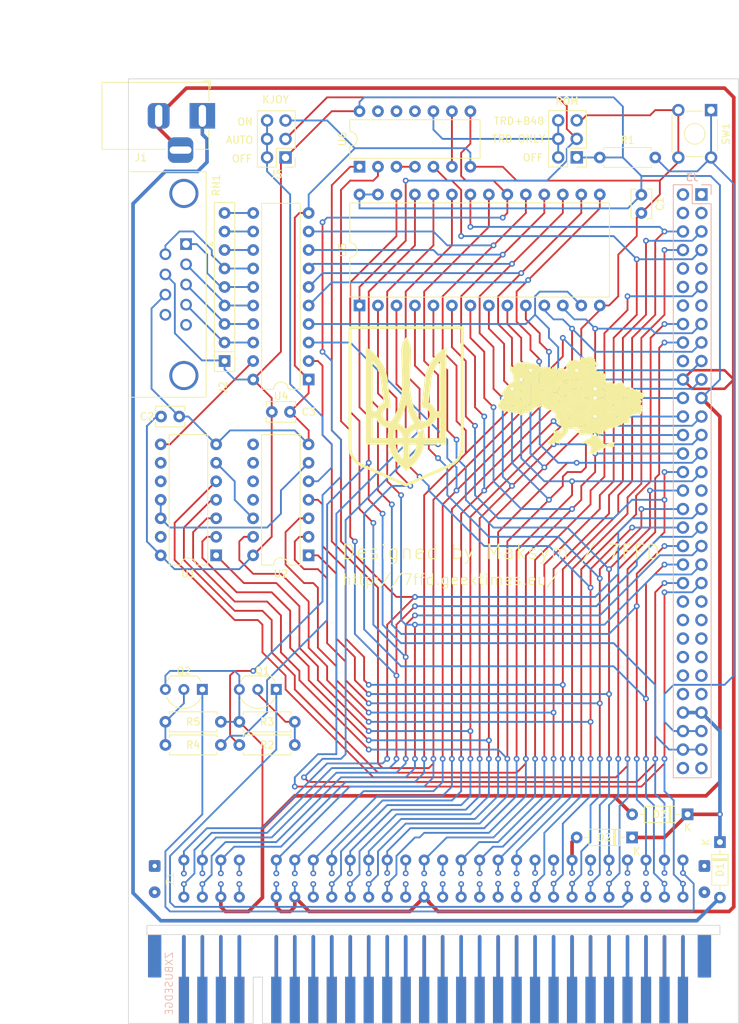
<source format=kicad_pcb>
(kicad_pcb (version 20221018) (generator pcbnew)
  (layers (0 "F.Cu" signal) (31 "B.Cu" signal) (34 "B.Paste" user) (35 "F.Paste" user) (36 "B.SilkS" user "B.Silkscreen") (37 "F.SilkS" user "F.Silkscreen") (38 "B.Mask" user) (39 "F.Mask" user) (44 "Edge.Cuts" user))
  (net 0 "")
  (net 1 "+5V")
  (net 2 "GND")
  (net 3 "/SAFE+12V")
  (net 4 "Net-(D1-A)")
  (net 5 "+12V")
  (net 6 "/TRDOS ROM ONLY")
  (net 7 "Net-(J4-Pin_2)")
  (net 8 "/{slash}IORQ")
  (net 9 "/{slash}MREQ")
  (net 10 "Net-(J5-Pin_2)")
  (net 11 "/{slash}NMI")
  (net 12 "Net-(U6-Pad3)")
  (net 13 "/D1")
  (net 14 "/D0")
  (net 15 "/D7")
  (net 16 "/D2")
  (net 17 "/D6")
  (net 18 "/D5")
  (net 19 "/D3")
  (net 20 "/D4")
  (net 21 "Net-(U6-Pad6)")
  (net 22 "/A15")
  (net 23 "/A14")
  (net 24 "/A13")
  (net 25 "/A12")
  (net 26 "/A11")
  (net 30 "unconnected-(Z1-NC-PadA4)")
  (net 31 "unconnected-(Z1-~{INT}-PadA13)")
  (net 32 "unconnected-(Z1-~{HALT}-PadA15)")
  (net 33 "/{slash}MAGIC")
  (net 34 "unconnected-(Z1--5V-PadA20)")
  (net 35 "unconnected-(Z1-~{WAIT}-PadA21)")
  (net 36 "unconnected-(Z1-+12VAC-PadA23)")
  (net 37 "unconnected-(Z1-~{RFSH}-PadA25)")
  (net 38 "/{slash}RD")
  (net 39 "/{slash}WR")
  (net 40 "unconnected-(Z1-+9V-PadB4)")
  (net 41 "unconnected-(Z1-CLK-PadB8)")
  (net 42 "unconnected-(Z1-~{IORQGE}-PadB13)")
  (net 43 "/{slash}RES")
  (net 44 "/{slash}M1")
  (net 45 "unconnected-(Z1-VIDEO-PadB15)")
  (net 46 "/A00")
  (net 47 "/A01")
  (net 48 "/A02")
  (net 49 "/A03")
  (net 50 "/A04")
  (net 51 "/A05")
  (net 52 "/A06")
  (net 53 "/A07")
  (net 54 "/A08")
  (net 55 "/A09")
  (net 56 "/A10")
  (net 57 "/{slash}KJOYCS")
  (net 58 "Net-(RN1-R4)")
  (net 59 "Net-(RN1-R3)")
  (net 60 "Net-(RN1-R2)")
  (net 61 "Net-(RN1-R1)")
  (net 62 "Net-(RN1-R5)")
  (net 63 "Net-(Q1-B)")
  (net 64 "Net-(RN1-R6)")
  (net 65 "Net-(RN1-R7)")
  (net 66 "Net-(RN1-R8)")
  (net 67 "unconnected-(Z1-Y-PadB16)")
  (net 68 "Net-(U4-~{GBA})")
  (net 72 "/{slash}ROMCS")
  (net 73 "unconnected-(Z1-V-PadB17)")
  (net 74 "Net-(U1-Pad6)")
  (net 76 "Net-(U1-Pad11)")
  (net 77 "unconnected-(Z1-U-PadB18)")
  (net 80 "Net-(U5-~{CS})")
  (net 104 "Net-(Q2-B)")
  (net 105 "unconnected-(Z1-~{BUSRQ}-PadB19)")
  (net 106 "unconnected-(Z1-~{BUSACK}-PadB26)")
  (footprint "Package_DIP:DIP-14_W7.62mm" (layer "F.Cu") (at 74.285 101.605 180)
    (fp_text reference "U1")
    (fp_text value "74LS30")
  )
  (footprint "Package_TO_SOT_THT:TO-92_Inline_Wide" (layer "F.Cu") (at 82.55 120.015 180)
    (fp_text reference "Q1")
    (fp_text value "BC558")
  )
  (footprint "Resistor_THT:R_Axial_DIN0207_L6.3mm_D2.5mm_P7.62mm_Horizontal" (layer "F.Cu") (at 74.93 127.635 180)
    (fp_text reference "R4")
    (fp_text value "2k2")
  )
  (footprint "Button_Switch_THT:SW_TH_Tactile_Omron_B3F-10xx" (layer "F.Cu") (at 142.295 40.49 -90)
    (fp_text reference "SW1")
    (fp_text value "SW_Push_Dual")
  )
  (footprint "Resistor_THT:R_Axial_DIN0207_L6.3mm_D2.5mm_P7.62mm_Horizontal" (layer "F.Cu") (at 85.09 124.46 180)
    (fp_text reference "R3")
    (fp_text value "680")
  )
  (footprint "Capacitor_THT:C_Disc_D3.8mm_W2.6mm_P2.50mm" (layer "F.Cu") (at 66.715 82.55)
    (fp_text reference "C2")
    (fp_text value "0.1u")
  )
  (footprint "Package_DIP:DIP-14_W7.62mm" (layer "F.Cu") (at 86.985 101.605 180)
    (fp_text reference "U2")
    (fp_text value "74LS27")
  )
  (footprint "Diode_THT:D_DO-35_SOD27_P7.62mm_Horizontal" (layer "F.Cu") (at 131.445 140.335 180)
    (fp_text reference "D2")
    (fp_text value "1N4148")
  )
  (footprint "Resistor_THT:R_Array_SIP9" (layer "F.Cu") (at 75.438 74.93 90)
    (fp_text reference "RN1")
    (fp_text value "10k" hide)
  )
  (footprint "Package_DIP:DIP-28_W15.24mm" (layer "F.Cu") (at 93.98 67.31 90)
    (fp_text reference "U5")
    (fp_text value "28C256")
  )
  (footprint "Package_DIP:DIP-20_W7.62mm" (layer "F.Cu") (at 86.995 77.47 180)
    (fp_text reference "U4")
    (fp_text value "74LS640")
  )
  (footprint "Capacitor_THT:C_Disc_D3.8mm_W2.6mm_P2.50mm" (layer "F.Cu") (at 81.935 81.915)
    (fp_text reference "C3")
    (fp_text value "0.1u")
  )
  (footprint "Connector_PinHeader_2.54mm:PinHeader_2x03_P2.54mm_Vertical" (layer "F.Cu") (at 123.83 46.975 180)
    (fp_text reference "J4" hide)
    (fp_text value "Conn_02x03_Odd_Even" hide)
  )
  (footprint "Diode_THT:D_DO-35_SOD27_P7.62mm_Horizontal" (layer "F.Cu") (at 139.065 137.16 180)
    (fp_text reference "D3")
    (fp_text value "1N4148" hide)
  )
  (footprint "RobikBUS:ZXBUS Slot Connector" (layer "F.Cu") (at 67.945 145.9738 90)
    (fp_text reference "Z1")
    (fp_text value "ZXBUS")
  )
  (footprint "Resistor_THT:R_Axial_DIN0207_L6.3mm_D2.5mm_P7.62mm_Horizontal" (layer "F.Cu") (at 67.31 124.46)
    (fp_text reference "R5")
    (fp_text value "680")
  )
  (footprint "Resistor_THT:R_Axial_DIN0207_L6.3mm_D2.5mm_P7.62mm_Horizontal" (layer "F.Cu") (at 77.47 127.635)
    (fp_text reference "R2")
    (fp_text value "2k2")
  )
  (footprint "Connector_BarrelJack:BarrelJack_Horizontal" (layer "F.Cu") (at 72.39 41.275)
    (fp_text reference "J1")
    (fp_text value "Barrel_Jack_Switch")
  )
  (footprint "Symbol:UA CoA 16x22mm Silk" (layer "F.Cu") (at 100.3808 64.644065)
    (fp_text reference "MAP")
    (fp_text value "UA CoA 16x22mm")
  )
  (footprint "Resistor_THT:R_Axial_DIN0207_L6.3mm_D2.5mm_P7.62mm_Horizontal" (layer "F.Cu") (at 127 46.99)
    (fp_text reference "R1")
    (fp_text value "10k")
  )
  (footprint "Package_TO_SOT_THT:TO-92_Inline_Wide" (layer "F.Cu") (at 72.39 120.015 180)
    (fp_text reference "Q2")
    (fp_text value "BC558")
  )
  (footprint "Capacitor_THT:C_Disc_D3.8mm_W2.6mm_P2.50mm" (layer "F.Cu") (at 132.715 52.11 -90)
    (fp_text reference "C1")
    (fp_text value "0.1u")
  )
  (footprint "Connector_PinHeader_2.54mm:PinHeader_2x03_P2.54mm_Vertical" (layer "F.Cu") (at 83.82 46.99 180)
    (fp_text reference "J5")
    (fp_text value "Conn_02x03_Odd_Even" hide)
  )
  (footprint "Symbol:UA map 21x14mm Silk" (layer "F.Cu") (at 123.793508 74.026929)
    (fp_text reference "MAP")
    (fp_text value "UA CoA 21x14mm")
  )
  (footprint "Connector_Dsub:DSUB-9_Male_Horizontal_P2.77x2.84mm_EdgePinOffset4.94mm_Housed_MountingHolesOffset7.48mm" (layer "F.Cu") (at 70.15 58.885 -90)
    (fp_text reference "J2")
    (fp_text value "DB9_Male")
  )
  (footprint "Package_DIP:DIP-14_W7.62mm" (layer "F.Cu") (at 93.98 48.26 90)
    (fp_text reference "U6")
    (fp_text value "74LS32")
  )
  (footprint "Diode_THT:D_DO-35_SOD27_P7.62mm_Horizontal" (layer "F.Cu") (at 143.51 140.97 -90)
    (fp_text reference "D1")
    (fp_text value "1N4148")
  )
  (footprint "Connector_Wire:SolderWire-0.1sqmm_1x02_P3.6mm_D0.4mm_OD1mm" (layer "B.Cu") (at 141.3764 144.25 -90)
    (fp_text reference "REF**" hide)
    (fp_text value "SolderWire-0.1sqmm_1x02_P3.6mm_D0.4mm_OD1mm" hide)
  )
  (footprint "Connector_Wire:SolderWire-0.1sqmm_1x02_P3.6mm_D0.4mm_OD1mm" (layer "B.Cu") (at 65.8368 144.25 -90)
    (fp_text reference "REF**" hide)
    (fp_text value "SolderWire-0.1sqmm_1x02_P3.6mm_D0.4mm_OD1mm" hide)
  )
  (footprint "Connector_PinHeader_2.54mm:PinHeader_2x32_P2.54mm_Vertical" (layer "B.Cu") (at 140.97 52.07 180)
    (fp_text reference "J3")
    (fp_text value "Conn_02x32_Row_Letter_First" hide)
  )
  (footprint "RobikBUS:ZXBUS Edge Connector" (layer "B.Cu") (at 66.675 162.687 -90)
    (fp_text reference "ZXBUSEDGE")
    (fp_text value "ZXBUS Edge Connector")
    (fp_line (start -3.175 -13.97) (end 3.175 -13.97) (stroke (width 0.1)) (layer "Edge.Cuts"))
    (fp_line (start -3.175 -12.7) (end -3.175 -13.97) (stroke (width 0.1)) (layer "Edge.Cuts"))
    (fp_line (start 3.175 -13.97) (end 3.175 -74.93) (stroke (width 0.1)) (layer "Edge.Cuts"))
    (fp_line (start 3.175 -12.7) (end -3.175 -12.7) (stroke (width 0.1)) (layer "Edge.Cuts"))
    (fp_line (start 3.175 0) (end 3.175 -12.7) (stroke (width 0.1)) (layer "Edge.Cuts"))
  )
  (gr_rect (start 65.024 153.8224) (end 66.6496 159.4612) (stroke (width 0.2)) (fill solid) (layer "F.Cu"))
  (gr_rect (start 140.5636 153.8224) (end 142.1892 159.4612) (stroke (width 0.2)) (fill solid) (layer "F.Cu"))
  (gr_rect (start 65.024 153.8478) (end 66.6496 159.4358) (stroke (width 0.2)) (fill solid) (layer "B.Cu"))
  (gr_rect (start 140.5636 153.8224) (end 142.1892 159.4612) (stroke (width 0.2)) (fill solid) (layer "B.Cu"))
  (gr_line (start 146.05 152.4) (end 146.05 36.195) (stroke (width 0.1)) (layer "Edge.Cuts"))
  (gr_line (start 62.23 165.862) (end 62.23 153.67) (stroke (width 0.1)) (layer "Edge.Cuts"))
  (gr_line (start 64.77 153.67) (end 143.51 153.67) (stroke (width 0.1)) (layer "Edge.Cuts"))
  (gr_line (start 62.23 152.4) (end 62.23 153.67) (stroke (width 0.1)) (layer "Edge.Cuts"))
  (gr_line (start 143.51 152.4) (end 143.51 153.67) (stroke (width 0.1)) (layer "Edge.Cuts"))
  (gr_line (start 146.05 165.862) (end 146.05 153.67) (stroke (width 0.1)) (layer "Edge.Cuts"))
  (gr_line (start 66.675 165.862) (end 62.23 165.862) (stroke (width 0.1)) (layer "Edge.Cuts"))
  (gr_line (start 62.23 36.195) (end 62.23 152.4) (stroke (width 0.1)) (layer "Edge.Cuts"))
  (gr_line (start 64.77 152.4) (end 64.77 153.67) (stroke (width 0.1)) (layer "Edge.Cuts"))
  (gr_line (start 64.77 152.4) (end 143.51 152.4) (stroke (width 0.1)) (layer "Edge.Cuts"))
  (gr_line (start 146.05 36.195) (end 62.23 36.195) (stroke (width 0.1)) (layer "Edge.Cuts"))
  (gr_line (start 146.05 152.4) (end 146.05 153.67) (stroke (width 0.1)) (layer "Edge.Cuts"))
  (gr_line (start 141.605 165.862) (end 146.05 165.862) (stroke (width 0.1)) (layer "Edge.Cuts"))
  (gr_text "ROM" (at 120.8024 39.8272) (layer "F.SilkS") (effects (font (size 1 1)) (justify left bottom)))
  (gr_text "TRD+B48" (at 112.3696 42.5704) (layer "F.SilkS") (effects (font (size 1 1)) (justify left bottom)))
  (gr_text "TRD ONLY" (at 112.1156 45.0088) (layer "F.SilkS") (effects (font (size 1 1)) (justify left bottom)))
  (gr_text "http://7ffd.geektimes.eu/" (at 91.4908 105.8164) (layer "F.SilkS") (effects (font (size 1.5 1.5)) (justify left bottom)))
  (gr_text "AUTO" (at 75.5396 45.1612) (layer "F.SilkS") (effects (font (size 1 1)) (justify left bottom)))
  (gr_text "ON" (at 77.1144 42.672) (layer "F.SilkS") (effects (font (size 1 1)) (justify left bottom)))
  (gr_text "KJOY" (at 80.518 39.624) (layer "F.SilkS") (effects (font (size 1 1)) (justify left bottom)))
  (gr_text "OFF" (at 116.332 47.5996) (layer "F.SilkS") (effects (font (size 1 1)) (justify left bottom)))
  (gr_text "OFF" (at 76.3524 47.752) (layer "F.SilkS") (effects (font (size 1 1)) (justify left bottom)))
  (gr_text "Designed by Maksym / 7FFD" (at 91.3892 102.3112) (layer "F.SilkS") (effects (font (size 2 2)) (justify left bottom)))
  (segment (start 92.71 162.687) (end 92.71 153.9748) (width 0.5) (layer "F.Cu") (net 0))
  (segment (start 128.27 162.687) (end 128.27 153.9748) (width 0.5) (layer "F.Cu") (net 0))
  (segment (start 110.49 162.687) (end 110.49 154.2796) (width 0.5) (layer "F.Cu") (net 0))
  (segment (start 87.63 162.687) (end 87.63 153.9748) (width 0.5) (layer "F.Cu") (net 0))
  (segment (start 135.89 162.687) (end 135.89 153.9748) (width 0.5) (layer "F.Cu") (net 0))
  (segment (start 133.35 162.687) (end 133.35 153.9748) (width 0.5) (layer "F.Cu") (net 0))
  (segment (start 72.39 162.687) (end 72.39 153.9748) (width 0.5) (layer "F.Cu") (net 0))
  (segment (start 107.95 162.687) (end 107.95 153.9748) (width 0.5) (layer "F.Cu") (net 0))
  (segment (start 120.65 162.687) (end 120.65 153.9748) (width 0.5) (layer "F.Cu") (net 0))
  (segment (start 110.49 154.2796) (end 110.49 153.9748) (width 0.5) (layer "F.Cu") (net 0))
  (segment (start 74.93 162.687) (end 74.93 153.9748) (width 0.5) (layer "F.Cu") (net 0))
  (segment (start 85.09 162.687) (end 85.09 153.9748) (width 0.5) (layer "F.Cu") (net 0))
  (segment (start 138.43 162.687) (end 138.43 153.9748) (width 0.5) (layer "F.Cu") (net 0))
  (segment (start 100.33 162.687) (end 100.33 153.9748) (width 0.5) (layer "F.Cu") (net 0))
  (segment (start 97.79 162.687) (end 97.79 153.9748) (width 0.5) (layer "F.Cu") (net 0))
  (segment (start 115.57 162.687) (end 115.57 153.9748) (width 0.5) (layer "F.Cu") (net 0))
  (segment (start 125.73 162.687) (end 125.73 153.9748) (width 0.5) (layer "F.Cu") (net 0))
  (segment (start 90.17 162.687) (end 90.17 153.9748) (width 0.5) (layer "F.Cu") (net 0))
  (segment (start 77.47 162.687) (end 77.47 153.9748) (width 0.5) (layer "F.Cu") (net 0))
  (segment (start 118.11 162.687) (end 118.11 153.9748) (width 0.5) (layer "F.Cu") (net 0))
  (segment (start 82.55 162.687) (end 82.55 153.9748) (width 0.5) (layer "F.Cu") (net 0))
  (segment (start 105.41 162.687) (end 105.41 153.9748) (width 0.5) (layer "F.Cu") (net 0))
  (segment (start 123.19 162.687) (end 123.19 153.9748) (width 0.5) (layer "F.Cu") (net 0))
  (segment (start 69.85 162.687) (end 69.85 153.9748) (width 0.5) (layer "F.Cu") (net 0))
  (segment (start 95.25 162.687) (end 95.25 153.9748) (width 0.5) (layer "F.Cu") (net 0))
  (segment (start 130.81 162.687) (end 130.81 153.9748) (width 0.5) (layer "F.Cu") (net 0))
  (segment (start 113.03 162.687) (end 113.03 153.9748) (width 0.5) (layer "F.Cu") (net 0))
  (segment (start 102.87 162.687) (end 102.87 153.9748) (width 0.5) (layer "F.Cu") (net 0))
  (segment (start 138.43 162.687) (end 138.43 153.9748) (width 0.5) (layer "B.Cu") (net 0))
  (segment (start 77.47 162.687) (end 77.47 153.9748) (width 0.5) (layer "B.Cu") (net 0))
  (segment (start 123.19 162.687) (end 123.19 153.9748) (width 0.5) (layer "B.Cu") (net 0))
  (segment (start 135.89 162.687) (end 135.89 153.9748) (width 0.5) (layer "B.Cu") (net 0))
  (segment (start 115.57 162.687) (end 115.57 153.9748) (width 0.5) (layer "B.Cu") (net 0))
  (segment (start 110.49 162.687) (end 110.49 153.9748) (width 0.5) (layer "B.Cu") (net 0))
  (segment (start 72.39 162.687) (end 72.39 153.9748) (width 0.5) (layer "B.Cu") (net 0))
  (segment (start 113.03 162.687) (end 113.03 155.1432) (width 0.5) (layer "B.Cu") (net 0))
  (segment (start 69.85 162.687) (end 69.85 153.9748) (width 0.5) (layer "B.Cu") (net 0))
  (segment (start 130.81 162.687) (end 130.81 153.9748) (width 0.5) (layer "B.Cu") (net 0))
  (segment (start 87.63 162.687) (end 87.63 153.9748) (width 0.5) (layer "B.Cu") (net 0))
  (segment (start 90.17 162.687) (end 90.17 153.9748) (width 0.5) (layer "B.Cu") (net 0))
  (segment (start 100.33 162.687) (end 100.33 153.9748) (width 0.5) (layer "B.Cu") (net 0))
  (segment (start 97.79 162.687) (end 97.79 153.9748) (width 0.5) (layer "B.Cu") (net 0))
  (segment (start 120.65 162.687) (end 120.65 153.9748) (width 0.5) (layer "B.Cu") (net 0))
  (segment (start 113.03 155.1432) (end 113.03 153.9748) (width 0.5) (layer "B.Cu") (net 0))
  (segment (start 102.87 162.687) (end 102.87 153.9748) (width 0.5) (layer "B.Cu") (net 0))
  (segment (start 74.93 162.687) (end 74.93 153.9748) (width 0.5) (layer "B.Cu") (net 0))
  (segment (start 85.09 162.687) (end 85.09 153.9748) (width 0.5) (layer "B.Cu") (net 0))
  (segment (start 133.35 162.687) (end 133.35 153.9748) (width 0.5) (layer "B.Cu") (net 0))
  (segment (start 95.25 162.687) (end 95.25 153.9748) (width 0.5) (layer "B.Cu") (net 0))
  (segment (start 125.73 162.687) (end 125.73 153.9748) (width 0.5) (layer "B.Cu") (net 0))
  (segment (start 92.71 162.687) (end 92.71 153.9748) (width 0.5) (layer "B.Cu") (net 0))
  (segment (start 128.27 162.687) (end 128.27 153.9748) (width 0.5) (layer "B.Cu") (net 0))
  (segment (start 107.95 162.687) (end 107.95 153.9748) (width 0.5) (layer "B.Cu") (net 0))
  (segment (start 105.41 162.687) (end 105.41 153.9748) (width 0.5) (layer "B.Cu") (net 0))
  (segment (start 82.55 162.687) (end 82.55 153.9748) (width 0.5) (layer "B.Cu") (net 0))
  (segment (start 118.11 162.687) (end 118.11 153.9748) (width 0.5) (layer "B.Cu") (net 0))
  (segment (start 80.645 148.59) (end 78.74 150.495) (width 0.5) (layer "F.Cu") (net 1))
  (segment (start 83.82 46.99) (end 83.185 47.625) (width 0.25) (layer "F.Cu") (net 1))
  (segment (start 77.47 124.46) (end 80.645 127.635) (width 0.25) (layer "F.Cu") (net 1))
  (segment (start 141.605 134.62) (end 128.905 134.62) (width 0.5) (layer "F.Cu") (net 1))
  (segment (start 78.74 150.495) (end 75.565 150.495) (width 0.5) (layer "F.Cu") (net 1))
  (segment (start 83.185 47.625) (end 83.185 73.66) (width 0.25) (layer "F.Cu") (net 1))
  (segment (start 131.445 137.16) (end 128.905 134.62) (width 0.5) (layer "F.Cu") (net 1))
  (segment (start 83.185 73.66) (end 79.375 77.47) (width 0.25) (layer "F.Cu") (net 1))
  (segment (start 140.97 80.01) (end 143.51 82.55) (width 0.5) (layer "F.Cu") (net 1))
  (segment (start 79.375 77.47) (end 81.915 80.01) (width 0.25) (layer "F.Cu") (net 1))
  (segment (start 74.93 149.86) (end 74.93 148.5138) (width 0.5) (layer "F.Cu") (net 1))
  (segment (start 90.17 40.64) (end 83.82 46.99) (width 0.25) (layer "F.Cu") (net 1))
  (segment (start 75.565 150.495) (end 74.93 149.86) (width 0.5) (layer "F.Cu") (net 1))
  (segment (start 128.905 134.62) (end 85.09 134.62) (width 0.5) (layer "F.Cu") (net 1))
  (segment (start 85.09 134.62) (end 80.645 139.065) (width 0.5) (layer "F.Cu") (net 1))
  (segment (start 80.645 139.065) (end 80.645 148.59) (width 0.5) (layer "F.Cu") (net 1))
  (segment (start 143.51 132.715) (end 141.605 134.62) (width 0.5) (layer "F.Cu") (net 1))
  (segment (start 81.915 99.055) (end 79.365 101.605) (width 0.25) (layer "F.Cu") (net 1))
  (segment (start 81.915 80.01) (end 81.915 99.055) (width 0.25) (layer "F.Cu") (net 1))
  (segment (start 80.645 127.635) (end 80.645 139.065) (width 0.25) (layer "F.Cu") (net 1))
  (segment (start 93.98 40.64) (end 90.17 40.64) (width 0.25) (layer "F.Cu") (net 1))
  (segment (start 143.51 82.55) (end 143.51 132.715) (width 0.5) (layer "F.Cu") (net 1))
  (via (at 74.93 146.7358) (size 0.8) (drill 0.4) (layers "F.Cu" "B.Cu") (net 1))
  (segment (start 94.615 38.735) (end 128.905 38.735) (width 0.25) (layer "B.Cu") (net 1))
  (segment (start 67.31 118.11) (end 67.945 117.475) (width 0.25) (layer "B.Cu") (net 1))
  (segment (start 67.31 63.04) (end 68.6054 64.3354) (width 0.25) (layer "B.Cu") (net 1))
  (segment (start 143.51 50.8) (end 143.51 77.47) (width 0.25) (layer "B.Cu") (net 1))
  (segment (start 66.715 81.915) (end 64.81 83.82) (width 0.25) (layer "B.Cu") (net 1))
  (segment (start 132.715 49.53) (end 142.24 49.53) (width 0.25) (layer "B.Cu") (net 1))
  (segment (start 76.835 77.47) (end 79.375 77.47) (width 0.25) (layer "B.Cu") (net 1))
  (segment (start 79.365 101.605) (end 77.465 103.505) (width 0.25) (layer "B.Cu") (net 1))
  (segment (start 93.98 53.975) (end 130.85 53.975) (width 0.25) (layer "B.Cu") (net 1))
  (segment (start 93.98 40.64) (end 93.98 39.37) (width 0.25) (layer "B.Cu") (net 1))
  (segment (start 67.31 120.015) (end 67.31 118.11) (width 0.25) (layer "B.Cu") (net 1))
  (segment (start 74.93 124.46) (end 77.47 124.46) (width 0.25) (layer "B.Cu") (net 1))
  (segment (start 77.47 118.11) (end 77.47 120.015) (width 0.25) (layer "B.Cu") (net 1))
  (segment (start 64.77 99.71) (end 66.665 101.605) (width 0.25) (layer "B.Cu") (net 1))
  (segment (start 75.438 76.073) (end 76.835 77.47) (width 0.25) (layer "B.Cu") (net 1))
  (segment (start 93.98 52.07) (end 93.98 53.975) (width 0.25) (layer "B.Cu") (net 1))
  (segment (start 143.51 77.47) (end 140.97 80.01) (width 0.25) (layer "B.Cu") (net 1))
  (segment (start 93.98 52.07) (end 96.52 52.07) (width 0.25) (layer "B.Cu") (net 1))
  (segment (start 128.905 38.735) (end 130.175 40.005) (width 0.25) (layer "B.Cu") (net 1))
  (segment (start 130.85 53.975) (end 132.715 52.11) (width 0.25) (layer "B.Cu") (net 1))
  (segment (start 64.81 83.82) (end 64.77 83.82) (width 0.25) (layer "B.Cu") (net 1))
  (segment (start 74.93 148.5138) (end 74.93 146.7358) (width 0.25) (layer "B.Cu") (net 1))
  (segment (start 68.565 103.505) (end 66.665 101.605) (width 0.25) (layer "B.Cu") (net 1))
  (segment (start 132.715 49.53) (end 130.175 46.99) (width 0.25) (layer "B.Cu") (net 1))
  (segment (start 72.3392 74.8496) (end 75.438 74.8496) (width 0.25) (layer "B.Cu") (net 1))
  (segment (start 75.438 74.93) (end 75.438 76.073) (width 0.25) (layer "B.Cu") (net 1))
  (segment (start 76.835 117.475) (end 77.47 118.11) (width 0.25) (layer "B.Cu") (net 1))
  (segment (start 77.47 120.015) (end 77.47 124.46) (width 0.25) (layer "B.Cu") (net 1))
  (segment (start 132.715 52.11) (end 132.715 49.53) (width 0.25) (layer "B.Cu") (net 1))
  (segment (start 142.24 49.53) (end 143.51 50.8) (width 0.25) (layer "B.Cu") (net 1))
  (segment (start 64.77 83.82) (end 64.77 99.71) (width 0.25) (layer "B.Cu") (net 1))
  (segment (start 130.175 40.005) (end 130.175 46.99) (width 0.25) (layer "B.Cu") (net 1))
  (segment (start 68.6054 64.3354) (end 68.6054 71.1158) (width 0.25) (layer "B.Cu") (net 1))
  (segment (start 93.98 39.37) (end 94.615 38.735) (width 0.25) (layer "B.Cu") (net 1))
  (segment (start 130.175 46.99) (end 124.46 46.99) (width 0.25) (layer "B.Cu") (net 1))
  (segment (start 67.945 117.475) (end 76.835 117.475) (width 0.25) (layer "B.Cu") (net 1))
  (segment (start 77.465 103.505) (end 68.565 103.505) (width 0.25) (layer "B.Cu") (net 1))
  (segment (start 68.6054 71.1158) (end 72.3392 74.8496) (width 0.25) (layer "B.Cu") (net 1))
  (segment (start 113.665 48.26) (end 115.57 50.165) (width 0.25) (layer "F.Cu") (net 2))
  (segment (start 129.54 66.04) (end 129.54 60.325) (width 0.25) (layer "F.Cu") (net 2))
  (segment (start 139.7 78.74) (end 138.43 77.47) (width 0.35) (layer "F.Cu") (net 2))
  (segment (start 132.08 55.245) (end 135.255 52.07) (width 0.25) (layer "F.Cu") (net 2))
  (segment (start 84.435 81.915) (end 84.455 81.915) (width 0.25) (layer "F.Cu") (net 2))
  (segment (start 133.91 41.2) (end 125.17 41.2) (width 0.25) (layer "F.Cu") (net 2))
  (segment (start 123.825 76.2) (end 124.46 75.565) (width 0.25) (layer "F.Cu") (net 2))
  (segment (start 102.87 148.5138) (end 100.8888 150.495) (width 0.5) (layer "F.Cu") (net 2))
  (segment (start 85.09 149.86) (end 84.455 150.495) (width 0.5) (layer "F.Cu") (net 2))
  (segment (start 124.46 70.485) (end 127 67.945) (width 0.25) (layer "F.Cu") (net 2))
  (segment (start 124.46 75.565) (end 124.46 70.485) (width 0.25) (layer "F.Cu") (net 2))
  (segment (start 127 67.945) (end 127 67.31) (width 0.25) (layer "F.Cu") (net 2))
  (segment (start 145.415 38.735) (end 144.145 37.465) (width 0.5) (layer "F.Cu") (net 2))
  (segment (start 85.09 148.5138) (end 85.09 149.86) (width 0.5) (layer "F.Cu") (net 2))
  (segment (start 145.415 149.86) (end 144.78 150.495) (width 0.5) (layer "F.Cu") (net 2))
  (segment (start 85.725 54.61) (end 85.09 55.245) (width 0.25) (layer "F.Cu") (net 2))
  (segment (start 87.0712 150.495) (end 85.09 148.5138) (width 0.5) (layer "F.Cu") (net 2))
  (segment (start 103.505 149.225) (end 103.505 149.1488) (width 0.5) (layer "F.Cu") (net 2))
  (segment (start 85.09 55.245) (end 85.09 75.565) (width 0.25) (layer "F.Cu") (net 2))
  (segment (start 70.2 37.465) (end 66.39 41.275) (width 0.5) (layer "F.Cu") (net 2))
  (segment (start 86.995 54.61) (end 85.725 54.61) (width 0.25) (layer "F.Cu") (net 2))
  (segment (start 145.415 77.47) (end 145.415 149.86) (width 0.5) (layer "F.Cu") (net 2))
  (segment (start 86.995 77.47) (end 86.995 79.355) (width 0.25) (layer "F.Cu") (net 2))
  (segment (start 66.39 42.975) (end 69.39 45.975) (width 0.5) (layer "F.Cu") (net 2))
  (segment (start 137.795 47.625) (end 137.795 40.49) (width 0.25) (layer "F.Cu") (net 2))
  (segment (start 144.145 78.74) (end 139.7 78.74) (width 0.35) (layer "F.Cu") (net 2))
  (segment (start 86.995 84.455) (end 86.995 86.355) (width 0.25) (layer "F.Cu") (net 2))
  (segment (start 144.78 150.495) (end 104.775 150.495) (width 0.5) (layer "F.Cu") (net 2))
  (segment (start 86.995 79.355) (end 84.435 81.915) (width 0.25) (layer "F.Cu") (net 2))
  (segment (start 84.455 81.915) (end 86.995 84.455) (width 0.25) (layer "F.Cu") (net 2))
  (segment (start 85.09 75.565) (end 86.995 77.47) (width 0.25) (layer "F.Cu") (net 2))
  (segment (start 145.415 77.47) (end 144.145 78.74) (width 0.35) (layer "F.Cu") (net 2))
  (segment (start 135.255 50.165) (end 137.795 47.625) (width 0.25) (layer "F.Cu") (net 2))
  (segment (start 144.145 37.465) (end 70.2 37.465) (width 0.5) (layer "F.Cu") (net 2))
  (segment (start 133.91 41.2) (end 134.62 40.49) (width 0.25) (layer "F.Cu") (net 2))
  (segment (start 100.8888 150.495) (end 87.0712 150.495) (width 0.5) (layer "F.Cu") (net 2))
  (segment (start 86.995 86.355) (end 86.985 86.365) (width 0.25) (layer "F.Cu") (net 2))
  (segment (start 104.775 150.495) (end 103.505 149.225) (width 0.5) (layer "F.Cu") (net 2))
  (segment (start 103.505 149.1488) (end 102.87 148.5138) (width 0.5) (layer "F.Cu") (net 2))
  (segment (start 115.57 50.165) (end 135.255 50.165) (width 0.25) (layer "F.Cu") (net 2))
  (segment (start 83.185 150.495) (end 84.455 150.495) (width 0.5) (layer "F.Cu") (net 2))
  (segment (start 145.415 77.47) (end 145.415 38.735) (width 0.5) (layer "F.Cu") (net 2))
  (segment (start 135.255 52.07) (end 135.255 50.165) (width 0.25) (layer "F.Cu") (net 2))
  (segment (start 82.55 149.86) (end 82.55 148.5138) (width 0.5) (layer "F.Cu") (net 2))
  (segment (start 144.145 76.2) (end 139.7 76.2) (width 0.35) (layer "F.Cu") (net 2))
  (segment (start 145.415 77.47) (end 144.145 76.2) (width 0.35) (layer "F.Cu") (net 2))
  (segment (start 129.54 60.325) (end 132.08 57.785) (width 0.25) (layer "F.Cu") (net 2))
  (segment (start 83.185 150.495) (end 82.55 149.86) (width 0.5) (layer "F.Cu") (net 2))
  (segment (start 134.62 40.49) (end 137.795 40.49) (width 0.25) (layer "F.Cu") (net 2))
  (segment (start 127 67.31) (end 128.27 67.31) (width 0.25) (layer "F.Cu") (net 2))
  (segment (start 128.27 67.31) (end 129.54 66.04) (width 0.25) (layer "F.Cu") (net 2))
  (segment (start 66.39 41.275) (end 66.39 42.975) (width 0.5) (layer "F.Cu") (net 2))
  (segment (start 125.17 41.2) (end 124.46 41.91) (width 0.25) (layer "F.Cu") (net 2))
  (segment (start 109.22 48.26) (end 113.665 48.26) (width 0.25) (layer "F.Cu") (net 2))
  (segment (start 139.7 76.2) (end 138.43 77.47) (width 0.35) (layer "F.Cu") (net 2))
  (segment (start 132.08 57.785) (end 132.08 55.245) (width 0.25) (layer "F.Cu") (net 2))
  (via (at 123.825 76.2) (size 0.8) (drill 0.4) (layers "F.Cu" "B.Cu") (net 2))
  (via (at 102.87 146.7358) (size 0.8) (drill 0.4) (layers "F.Cu" "B.Cu") (net 2))
  (via (at 85.09 146.7358) (size 0.8) (drill 0.4) (layers "F.Cu" "B.Cu") (net 2))
  (via (at 82.55 146.7358) (size 0.8) (drill 0.4) (layers "F.Cu" "B.Cu") (net 2))
  (segment (start 82.55 148.5138) (end 82.55 146.7358) (width 0.25) (layer "B.Cu") (net 2))
  (segment (start 83.82 41.91) (end 89.535 41.91) (width 0.25) (layer "B.Cu") (net 2))
  (segment (start 86.995 52.07) (end 86.995 54.61) (width 0.25) (layer "B.Cu") (net 2))
  (segment (start 125.095 77.47) (end 123.825 76.2) (width 0.25) (layer "B.Cu") (net 2))
  (segment (start 74.285 86.365) (end 76.195 84.455) (width 0.25) (layer "B.Cu") (net 2))
  (segment (start 67.31 65.81) (end 65.405 67.715) (width 0.25) (layer "B.Cu") (net 2))
  (segment (start 109.22 48.26) (end 109.22 46.355) (width 0.25) (layer "B.Cu") (net 2))
  (segment (start 109.22 46.355) (end 108.585 45.72) (width 0.25) (layer "B.Cu") (net 2))
  (segment (start 138.43 77.47) (end 125.095 77.47) (width 0.25) (layer "B.Cu") (net 2))
  (segment (start 93.345 45.72) (end 86.995 52.07) (width 0.25) (layer "B.Cu") (net 2))
  (segment (start 108.585 45.72) (end 93.345 45.72) (width 0.25) (layer "B.Cu") (net 2))
  (segment (start 89.535 41.91) (end 93.345 45.72) (width 0.25) (layer "B.Cu") (net 2))
  (segment (start 102.87 148.5138) (end 102.87 146.7358) (width 0.25) (layer "B.Cu") (net 2))
  (segment (start 69.215 82.55) (end 70.47 82.55) (width 0.25) (layer "B.Cu") (net 2))
  (segment (start 76.195 84.455) (end 85.075 84.455) (width 0.25) (layer "B.Cu") (net 2))
  (segment (start 70.47 82.55) (end 74.285 86.365) (width 0.25) (layer "B.Cu") (net 2))
  (segment (start 85.075 84.455) (end 86.985 86.365) (width 0.25) (layer "B.Cu") (net 2))
  (segment (start 65.405 78.74) (end 69.215 82.55) (width 0.25) (layer "B.Cu") (net 2))
  (segment (start 85.09 148.5138) (end 85.09 146.7358) (width 0.25) (layer "B.Cu") (net 2))
  (segment (start 65.405 67.715) (end 65.405 78.74) (width 0.25) (layer "B.Cu") (net 2))
  (segment (start 139.065 137.16) (end 143.51 137.16) (width 0.5) (layer "F.Cu") (net 3))
  (segment (start 135.89 140.335) (end 139.065 137.16) (width 0.5) (layer "F.Cu") (net 3))
  (segment (start 131.445 140.335) (end 135.89 140.335) (width 0.5) (layer "F.Cu") (net 3))
  (via (at 143.51 137.16) (size 0.8) (drill 0.4) (layers "F.Cu" "B.Cu") (net 3))
  (segment (start 143.51 137.16) (end 143.51 125.73) (width 0.5) (layer "B.Cu") (net 3))
  (segment (start 143.51 125.73) (end 140.97 123.19) (width 0.5) (layer "B.Cu") (net 3))
  (segment (start 140.97 123.19) (end 138.43 123.19) (width 0.5) (layer "B.Cu") (net 3))
  (segment (start 143.51 137.16) (end 143.51 140.97) (width 0.5) (layer "B.Cu") (net 3))
  (segment (start 140.335 151.765) (end 66.675 151.765) (width 0.5) (layer "B.Cu") (net 4))
  (segment (start 72.39 43.815) (end 72.39 41.275) (width 0.5) (layer "B.Cu") (net 4))
  (segment (start 73.025 47.625) (end 73.025 44.45) (width 0.5) (layer "B.Cu") (net 4))
  (segment (start 67.31 48.895) (end 71.755 48.895) (width 0.5) (layer "B.Cu") (net 4))
  (segment (start 62.865 53.34) (end 67.31 48.895) (width 0.5) (layer "B.Cu") (net 4))
  (segment (start 143.51 148.59) (end 140.335 151.765) (width 0.5) (layer "B.Cu") (net 4))
  (segment (start 62.865 147.955) (end 62.865 53.34) (width 0.5) (layer "B.Cu") (net 4))
  (segment (start 73.025 44.45) (end 72.39 43.815) (width 0.5) (layer "B.Cu") (net 4))
  (segment (start 66.675 151.765) (end 62.865 147.955) (width 0.5) (layer "B.Cu") (net 4))
  (segment (start 71.755 48.895) (end 73.025 47.625) (width 0.5) (layer "B.Cu") (net 4))
  (segment (start 123.825 140.335) (end 123.19 140.97) (width 0.5) (layer "F.Cu") (net 5))
  (segment (start 123.19 140.97) (end 123.19 143.4338) (width 0.5) (layer "F.Cu") (net 5))
  (via (at 123.19 145.2118) (size 0.8) (drill 0.4) (layers "F.Cu" "B.Cu") (net 5))
  (segment (start 123.19 143.383) (end 123.19 145.2118) (width 0.25) (layer "B.Cu") (net 5))
  (segment (start 93.98 64.77) (end 100.33 58.42) (width 0.25) (layer "F.Cu") (net 6))
  (segment (start 83.82 44.45) (end 89.535 38.735) (width 0.25) (layer "F.Cu") (net 6))
  (segment (start 93.98 67.31) (end 93.98 64.77) (width 0.25) (layer "F.Cu") (net 6))
  (segment (start 122.465 39.915) (end 122.465 43.07) (width 0.25) (layer "F.Cu") (net 6))
  (segment (start 100.33 58.42) (end 100.33 50.165) (width 0.25) (layer "F.Cu") (net 6))
  (segment (start 122.465 43.07) (end 123.83 44.435) (width 0.25) (layer "F.Cu") (net 6))
  (segment (start 121.285 38.735) (end 122.465 39.915) (width 0.25) (layer "F.Cu") (net 6))
  (segment (start 95.25 93.98) (end 97.155 95.885) (width 0.25) (layer "F.Cu") (net 6))
  (segment (start 93.98 81.28) (end 95.25 82.55) (width 0.25) (layer "F.Cu") (net 6))
  (segment (start 93.98 67.31) (end 93.98 81.28) (width 0.25) (layer "F.Cu") (net 6))
  (segment (start 95.25 88.9) (end 95.25 93.98) (width 0.25) (layer "F.Cu") (net 6))
  (segment (start 95.25 82.55) (end 95.25 88.9) (width 0.25) (layer "F.Cu") (net 6))
  (segment (start 89.535 38.735) (end 121.285 38.735) (width 0.25) (layer "F.Cu") (net 6))
  (via (at 100.33 50.165) (size 0.8) (drill 0.4) (layers "F.Cu" "B.Cu") (net 6))
  (via (at 95.25 88.9) (size 0.8) (drill 0.4) (layers "F.Cu" "B.Cu") (net 6))
  (via (at 97.155 95.885) (size 0.8) (drill 0.4) (layers "F.Cu" "B.Cu") (net 6))
  (segment (start 76.2 126.365) (end 74.93 127.635) (width 0.25) (layer "B.Cu") (net 6))
  (segment (start 134.62 119.38) (end 134.62 126.365) (width 0.25) (layer "B.Cu") (net 6))
  (segment (start 97.155 111.125) (end 99.695 113.665) (width 0.25) (layer "B.Cu") (net 6))
  (segment (start 136.525 128.27) (end 138.43 128.27) (width 0.25) (layer "B.Cu") (net 6))
  (segment (start 78.105 126.365) (end 76.2 126.365) (width 0.25) (layer "B.Cu") (net 6))
  (segment (start 99.695 113.665) (end 128.905 113.665) (width 0.25) (layer "B.Cu") (net 6))
  (segment (start 95.25 88.9) (end 89.535 94.615) (width 0.25) (layer "B.Cu") (net 6))
  (segment (start 89.535 94.615) (end 89.535 110.49) (width 0.25) (layer "B.Cu") (net 6))
  (segment (start 81.28 118.745) (end 81.28 123.19) (width 0.25) (layer "B.Cu") (net 6))
  (segment (start 122.465 45.8) (end 122.465 47.461701) (width 0.25) (layer "B.Cu") (net 6))
  (segment (start 97.155 95.885) (end 97.155 111.125) (width 0.25) (layer "B.Cu") (net 6))
  (segment (start 138.43 128.27) (end 140.97 128.27) (width 0.25) (layer "B.Cu") (net 6))
  (segment (start 128.905 113.665) (end 134.62 119.38) (width 0.25) (layer "B.Cu") (net 6))
  (segment (start 123.83 44.435) (end 122.465 45.8) (width 0.25) (layer "B.Cu") (net 6))
  (segment (start 119.761701 50.165) (end 100.33 50.165) (width 0.25) (layer "B.Cu") (net 6))
  (segment (start 134.62 126.365) (end 136.525 128.27) (width 0.25) (layer "B.Cu") (net 6))
  (segment (start 81.28 123.19) (end 78.105 126.365) (width 0.25) (layer "B.Cu") (net 6))
  (segment (start 122.465 47.461701) (end 119.761701 50.165) (width 0.25) (layer "B.Cu") (net 6))
  (segment (start 89.535 110.49) (end 81.28 118.745) (width 0.25) (layer "B.Cu") (net 6))
  (segment (start 105.395 44.435) (end 104.14 43.18) (width 0.25) (layer "B.Cu") (net 7))
  (segment (start 121.29 44.435) (end 105.395 44.435) (width 0.25) (layer "B.Cu") (net 7))
  (segment (start 121.29 44.435) (end 121.29 41.895) (width 0.25) (layer "B.Cu") (net 7))
  (segment (start 121.29 46.975) (end 121.29 44.435) (width 0.25) (layer "B.Cu") (net 7))
  (segment (start 104.14 43.18) (end 104.14 40.64) (width 0.25) (layer "B.Cu") (net 7))
  (segment (start 133.35 68.579302) (end 133.35 58.42) (width 0.25) (layer "F.Cu") (net 8))
  (segment (start 130.175 71.754302) (end 133.35 68.579302) (width 0.25) (layer "F.Cu") (net 8))
  (segment (start 83.82 102.87) (end 86.36 105.41) (width 0.25) (layer "F.Cu") (net 8))
  (segment (start 88.265 114.3) (end 90.805 116.84) (width 0.25) (layer "F.Cu") (net 8))
  (segment (start 130.175 91.44) (end 130.175 71.754302) (width 0.25) (layer "F.Cu") (net 8))
  (segment (start 85.72 96.525) (end 83.82 98.425) (width 0.25) (layer "F.Cu") (net 8))
  (segment (start 88.265 106.045) (end 88.265 114.3) (width 0.25) (layer "F.Cu") (net 8))
  (segment (start 90.805 118.745) (end 95.25 123.19) (width 0.25) (layer "F.Cu") (net 8))
  (segment (start 83.82 98.425) (end 83.82 102.87) (width 0.25) (layer "F.Cu") (net 8))
  (segment (start 128.27 95.885) (end 128.27 93.345) (width 0.25) (layer "F.Cu") (net 8))
  (segment (start 120.65 103.505) (end 128.27 95.885) (width 0.25) (layer "F.Cu") (net 8))
  (segment (start 120.65 129.54) (end 120.65 103.505) (width 0.25) (layer "F.Cu") (net 8))
  (segment (start 86.36 105.41) (end 87.63 105.41) (width 0.25) (layer "F.Cu") (net 8))
  (segment (start 128.27 93.345) (end 130.175 91.44) (width 0.25) (layer "F.Cu") (net 8))
  (segment (start 87.63 105.41) (end 88.265 106.045) (width 0.25) (layer "F.Cu") (net 8))
  (segment (start 86.985 96.525) (end 85.72 96.525) (width 0.25) (layer "F.Cu") (net 8))
  (segment (start 90.805 116.84) (end 90.805 118.745) (width 0.25) (layer "F.Cu") (net 8))
  (via (at 95.25 123.19) (size 0.8) (drill 0.4) (layers "F.Cu" "B.Cu") (net 8))
  (via (at 110.49 145.2626) (size 0.8) (drill 0.4) (layers "F.Cu" "B.Cu") (net 8))
  (via (at 133.35 58.42) (size 0.8) (drill 0.4) (layers "F.Cu" "B.Cu") (net 8))
  (via (at 120.65 129.54) (size 0.8) (drill 0.4) (layers "F.Cu" "B.Cu") (net 8))
  (via (at 120.65 123.19) (size 0.8) (drill 0.4) (layers "F.Cu" "B.Cu") (net 8))
  (segment (start 120.65 134.62) (end 113.665 141.605) (width 0.25) (layer "B.Cu") (net 8))
  (segment (start 110.49 143.4338) (end 110.49 145.2626) (width 0.25) (layer "B.Cu") (net 8))
  (segment (start 133.35 58.42) (end 139.7 58.42) (width 0.25) (layer "B.Cu") (net 8))
  (segment (start 120.65 129.54) (end 120.65 134.62) (width 0.25) (layer "B.Cu") (net 8))
  (segment (start 95.25 123.19) (end 120.65 123.19) (width 0.25) (layer "B.Cu") (net 8))
  (segment (start 112.3188 141.605) (end 110.49 143.4338) (width 0.25) (layer "B.Cu") (net 8))
  (segment (start 113.665 141.605) (end 112.3188 141.605) (width 0.25) (layer "B.Cu") (net 8))
  (segment (start 139.7 58.42) (end 140.97 57.15) (width 0.25) (layer "B.Cu") (net 8))
  (segment (start 104.14 48.26) (end 106.045 50.165) (width 0.25) (layer "F.Cu") (net 9))
  (segment (start 132.08 68.58) (end 132.08 60.96) (width 0.25) (layer "F.Cu") (net 9))
  (segment (start 119.38 129.54) (end 119.38 102.87) (width 0.25) (layer "F.Cu") (net 9))
  (segment (start 106.68 50.165) (end 107.95 51.435) (width 0.25) (layer "F.Cu") (net 9))
  (segment (start 119.38 102.87) (end 127 95.25) (width 0.25) (layer "F.Cu") (net 9))
  (segment (start 107.95 51.435) (end 107.95 57.785) (width 0.25) (layer "F.Cu") (net 9))
  (segment (start 127 95.25) (end 127 93.345) (width 0.25) (layer "F.Cu") (net 9))
  (segment (start 128.905 71.755) (end 132.08 68.58) (width 0.25) (layer "F.Cu") (net 9))
  (segment (start 106.045 50.165) (end 106.68 50.165) (width 0.25) (layer "F.Cu") (net 9))
  (segment (start 127 93.345) (end 128.905 91.44) (width 0.25) (layer "F.Cu") (net 9))
  (segment (start 128.905 91.44) (end 128.905 71.755) (width 0.25) (layer "F.Cu") (net 9))
  (via (at 132.08 60.96) (size 0.8) (drill 0.4) (layers "F.Cu" "B.Cu") (net 9))
  (via (at 107.95 145.2626) (size 0.8) (drill 0.4) (layers "F.Cu" "B.Cu") (net 9))
  (via (at 107.95 57.785) (size 0.8) (drill 0.4) (layers "F.Cu" "B.Cu") (net 9))
  (via (at 119.38 129.54) (size 0.8) (drill 0.4) (layers "F.Cu" "B.Cu") (net 9))
  (segment (start 107.95 143.4338) (end 107.95 145.2626) (width 0.25) (layer "B.Cu") (net 9))
  (segment (start 110.4138 140.97) (end 107.95 143.4338) (width 0.25) (layer "B.Cu") (net 9))
  (segment (start 119.38 129.54) (end 119.38 134.62) (width 0.25) (layer "B.Cu") (net 9))
  (segment (start 113.03 140.97) (end 110.4138 140.97) (width 0.25) (layer "B.Cu") (net 9))
  (segment (start 139.7 60.96) (end 140.97 59.69) (width 0.25) (layer "B.Cu") (net 9))
  (segment (start 119.38 134.62) (end 113.03 140.97) (width 0.25) (layer "B.Cu") (net 9))
  (segment (start 107.95 57.785) (end 128.905 57.785) (width 0.25) (layer "B.Cu") (net 9))
  (segment (start 132.08 60.96) (end 139.7 60.96) (width 0.25) (layer "B.Cu") (net 9))
  (segment (start 128.905 57.785) (end 132.08 60.96) (width 0.25) (layer "B.Cu") (net 9))
  (segment (start 88.26 91.445) (end 86.985 91.445) (width 0.25) (layer "B.Cu") (net 10))
  (segment (start 90.17 89.535) (end 88.26 91.445) (width 0.25) (layer "B.Cu") (net 10))
  (segment (start 81.28 44.45) (end 81.28 46.99) (width 0.25) (layer "B.Cu") (net 10))
  (segment (start 81.28 48.895) (end 84.455 52.07) (width 0.25) (layer "B.Cu") (net 10))
  (segment (start 81.28 46.99) (end 81.28 48.895) (width 0.25) (layer "B.Cu") (net 10))
  (segment (start 88.9 82.55) (end 88.9 85.09) (width 0.25) (layer "B.Cu") (net 10))
  (segment (start 84.455 78.105) (end 88.9 82.55) (width 0.25) (layer "B.Cu") (net 10))
  (segment (start 81.28 41.91) (end 81.28 44.45) (width 0.25) (layer "B.Cu") (net 10))
  (segment (start 88.9 85.09) (end 90.17 86.36) (width 0.25) (layer "B.Cu") (net 10))
  (segment (start 90.17 86.36) (end 90.17 89.535) (width 0.25) (layer "B.Cu") (net 10))
  (segment (start 84.455 52.07) (end 84.455 78.105) (width 0.25) (layer "B.Cu") (net 10))
  (segment (start 125.73 94.615) (end 125.73 92.71) (width 0.25) (layer "F.Cu") (net 11))
  (segment (start 118.11 129.54) (end 118.11 102.235) (width 0.25) (layer "F.Cu") (net 11))
  (segment (start 125.73 92.71) (end 127.635 90.805) (width 0.25) (layer "F.Cu") (net 11))
  (segment (start 118.11 102.235) (end 125.73 94.615) (width 0.25) (layer "F.Cu") (net 11))
  (segment (start 127.635 90.805) (end 127.635 71.12) (width 0.25) (layer "F.Cu") (net 11))
  (segment (start 127.635 71.12) (end 130.81 67.945) (width 0.25) (layer "F.Cu") (net 11))
  (segment (start 130.81 67.945) (end 130.81 66.04) (width 0.25) (layer "F.Cu") (net 11))
  (via (at 130.81 66.04) (size 0.8) (drill 0.4) (layers "F.Cu" "B.Cu") (net 11))
  (via (at 118.11 129.54) (size 0.8) (drill 0.4) (layers "F.Cu" "B.Cu") (net 11))
  (via (at 102.87 145.2626) (size 0.8) (drill 0.4) (layers "F.Cu" "B.Cu") (net 11))
  (segment (start 118.11 129.54) (end 118.11 134.62) (width 0.25) (layer "B.Cu") (net 11))
  (segment (start 118.11 134.62) (end 112.395 140.335) (width 0.25) (layer "B.Cu") (net 11))
  (segment (start 102.87 143.4338) (end 102.87 145.2626) (width 0.25) (layer "B.Cu") (net 11))
  (segment (start 112.395 140.335) (end 105.9688 140.335) (width 0.25) (layer "B.Cu") (net 11))
  (segment (start 105.9688 140.335) (end 102.87 143.4338) (width 0.25) (layer "B.Cu") (net 11))
  (segment (start 139.7 66.04) (end 140.97 64.77) (width 0.25) (layer "B.Cu") (net 11))
  (segment (start 130.81 66.04) (end 139.7 66.04) (width 0.25) (layer "B.Cu") (net 11))
  (segment (start 99.06 48.26) (end 101.6 48.26) (width 0.25) (layer "F.Cu") (net 12))
  (segment (start 122.555 77.47) (end 105.41 94.615) (width 0.25) (layer "F.Cu") (net 13))
  (segment (start 126.365 77.47) (end 122.555 77.47) (width 0.25) (layer "F.Cu") (net 13))
  (segment (start 126.365 70.485) (end 126.365 77.47) (width 0.25) (layer "F.Cu") (net 13))
  (segment (start 105.41 94.615) (end 105.41 129.54) (width 0.25) (layer "F.Cu") (net 13))
  (via (at 85.09 145.2626) (size 0.8) (drill 0.4) (layers "F.Cu" "B.Cu") (net 13))
  (via (at 105.41 129.54) (size 0.8) (drill 0.4) (layers "F.Cu" "B.Cu") (net 13))
  (via (at 107.315 92.71) (size 0.8) (drill 0.4) (layers "F.Cu" "B.Cu") (net 13))
  (via (at 126.365 70.485) (size 0.8) (drill 0.4) (layers "F.Cu" "B.Cu") (net 13))
  (segment (start 94.5388 133.985) (end 85.09 143.4338) (width 0.25) (layer "B.Cu") (net 13))
  (segment (start 139.7 71.12) (end 140.97 69.85) (width 0.25) (layer "B.Cu") (net 13))
  (segment (start 92.71 72.39) (end 86.995 72.39) (width 0.25) (layer "B.Cu") (net 13))
  (segment (start 125.095 69.215) (end 123.5075 69.215) (width 0.25) (layer "B.Cu") (net 13))
  (segment (start 126.365 70.485) (end 125.095 69.215) (width 0.25) (layer "B.Cu") (net 13))
  (segment (start 105.41 132.715) (end 104.14 133.985) (width 0.25) (layer "B.Cu") (net 13))
  (segment (start 126.365 70.485) (end 133.985 70.485) (width 0.25) (layer "B.Cu") (net 13))
  (segment (start 107.315 89.535698) (end 106.045 88.265698) (width 0.25) (layer "B.Cu") (net 13))
  (segment (start 106.045 85.725) (end 92.71 72.39) (width 0.25) (layer "B.Cu") (net 13))
  (segment (start 134.62 71.12) (end 139.7 71.12) (width 0.25) (layer "B.Cu") (net 13))
  (segment (start 123.5075 69.215) (end 121.92 67.6275) (width 0.25) (layer "B.Cu") (net 13))
  (segment (start 121.92 67.6275) (end 121.92 67.31) (width 0.25) (layer "B.Cu") (net 13))
  (segment (start 107.315 92.71) (end 107.315 89.535698) (width 0.25) (layer "B.Cu") (net 13))
  (segment (start 133.985 70.485) (end 134.62 71.12) (width 0.25) (layer "B.Cu") (net 13))
  (segment (start 85.09 143.4338) (end 85.09 145.2626) (width 0.25) (layer "B.Cu") (net 13))
  (segment (start 106.045 88.265698) (end 106.045 85.725) (width 0.25) (layer "B.Cu") (net 13))
  (segment (start 105.41 129.54) (end 105.41 132.715) (width 0.25) (layer "B.Cu") (net 13))
  (segment (start 104.14 133.985) (end 94.5388 133.985) (width 0.25) (layer "B.Cu") (net 13))
  (segment (start 104.14 93.98) (end 104.14 129.54) (width 0.25) (layer "F.Cu") (net 14))
  (segment (start 103.505 130.81) (end 104.14 130.175) (width 0.25) (layer "F.Cu") (net 14))
  (segment (start 97.155 130.81) (end 103.505 130.81) (width 0.25) (layer "F.Cu") (net 14))
  (segment (start 96.52 106.045) (end 96.52 130.175) (width 0.25) (layer "F.Cu") (net 14))
  (segment (start 90.17 86.36) (end 90.17 99.695) (width 0.25) (layer "F.Cu") (net 14))
  (segment (start 123.19 70.485) (end 123.19 74.93) (width 0.25) (layer "F.Cu") (net 14))
  (segment (start 90.17 99.695) (end 96.52 106.045) (width 0.25) (layer "F.Cu") (net 14))
  (segment (start 96.52 130.175) (end 97.155 130.81) (width 0.25) (layer "F.Cu") (net 14))
  (segment (start 88.9 75.565) (end 88.9 85.09) (width 0.25) (layer "F.Cu") (net 14))
  (segment (start 88.9 85.09) (end 90.17 86.36) (width 0.25) (layer "F.Cu") (net 14))
  (segment (start 86.995 74.93) (end 88.265 74.93) (width 0.25) (layer "F.Cu") (net 14))
  (segment (start 104.14 130.175) (end 104.14 129.54) (width 0.25) (layer "F.Cu") (net 14))
  (segment (start 123.19 74.93) (end 104.14 93.98) (width 0.25) (layer "F.Cu") (net 14))
  (segment (start 88.265 74.93) (end 88.9 75.565) (width 0.25) (layer "F.Cu") (net 14))
  (via (at 123.19 70.485) (size 0.8) (drill 0.4) (layers "F.Cu" "B.Cu") (net 14))
  (via (at 104.14 129.54) (size 0.8) (drill 0.4) (layers "F.Cu" "B.Cu") (net 14))
  (via (at 82.55 145.2626) (size 0.8) (drill 0.4) (layers "F.Cu" "B.Cu") (net 14))
  (segment (start 123.19 70.485) (end 121.92 69.215) (width 0.25) (layer "B.Cu") (net 14))
  (segment (start 126.365 73.66) (end 139.7 73.66) (width 0.25) (layer "B.Cu") (net 14))
  (segment (start 104.14 132.08) (end 102.87 133.35) (width 0.25) (layer "B.Cu") (net 14))
  (segment (start 102.87 133.35) (end 92.6338 133.35) (width 0.25) (layer "B.Cu") (net 14))
  (segment (start 123.19 70.485) (end 126.365 73.66) (width 0.25) (layer "B.Cu") (net 14))
  (segment (start 92.6338 133.35) (end 82.55 143.4338) (width 0.25) (layer "B.Cu") (net 14))
  (segment (start 139.7 73.66) (end 140.97 72.39) (width 0.25) (layer "B.Cu") (net 14))
  (segment (start 104.14 129.54) (end 104.14 132.08) (width 0.25) (layer "B.Cu") (net 14))
  (segment (start 120.65 69.215) (end 119.38 67.945) (width 0.25) (layer "B.Cu") (net 14))
  (segment (start 82.55 143.4338) (end 82.55 145.2626) (width 0.25) (layer "B.Cu") (net 14))
  (segment (start 121.92 69.215) (end 120.65 69.215) (width 0.25) (layer "B.Cu") (net 14))
  (segment (start 119.38 67.945) (end 119.38 67.31) (width 0.25) (layer "B.Cu") (net 14))
  (segment (start 121.92 74.295) (end 108.585 87.63) (width 0.25) (layer "F.Cu") (net 15))
  (segment (start 116.84 54.61) (end 105.41 66.04) (width 0.25) (layer "F.Cu") (net 15))
  (segment (start 107.315 83.185) (end 108.585 84.455) (width 0.25) (layer "F.Cu") (net 15))
  (segment (start 107.315 75.565) (end 107.315 83.185) (width 0.25) (layer "F.Cu") (net 15))
  (segment (start 108.585 84.455) (end 108.585 87.63) (width 0.25) (layer "F.Cu") (net 15))
  (segment (start 105.41 73.66) (end 107.315 75.565) (width 0.25) (layer "F.Cu") (net 15))
  (segment (start 116.84 52.07) (end 116.84 54.61) (width 0.25) (layer "F.Cu") (net 15))
  (segment (start 105.41 66.04) (end 105.41 73.66) (width 0.25) (layer "F.Cu") (net 15))
  (segment (start 121.92 71.755) (end 121.92 74.295) (width 0.25) (layer "F.Cu") (net 15))
  (segment (start 108.585 87.63) (end 102.87 93.345) (width 0.25) (layer "F.Cu") (net 15))
  (segment (start 102.87 93.345) (end 102.87 129.54) (width 0.25) (layer "F.Cu") (net 15))
  (via (at 102.87 129.54) (size 0.8) (drill 0.4) (layers "F.Cu" "B.Cu") (net 15))
  (via (at 121.92 71.755) (size 0.8) (drill 0.4) (layers "F.Cu" "B.Cu") (net 15))
  (via (at 112.395 59.055) (size 0.8) (drill 0.4) (layers "F.Cu" "B.Cu") (net 15))
  (via (at 74.93 145.2626) (size 0.8) (drill 0.4) (layers "F.Cu" "B.Cu") (net 15))
  (segment (start 112.395 59.055) (end 106.045 59.055) (width 0.25) (layer "B.Cu") (net 15))
  (segment (start 102.87 131.445) (end 101.6 132.715) (width 0.25) (layer "B.Cu") (net 15))
  (segment (start 121.92 71.755) (end 126.365 76.2) (width 0.25) (layer "B.Cu") (net 15))
  (segment (start 101.6 132.715) (end 92.075 132.715) (width 0.25) (layer "B.Cu") (net 15))
  (segment (start 83.185 141.605) (end 76.7588 141.605) (width 0.25) (layer "B.Cu") (net 15))
  (segment (start 139.7 76.2) (end 140.97 74.93) (width 0.25) (layer "B.Cu") (net 15))
  (segment (start 106.045 59.055) (end 104.14 57.15) (width 0.25) (layer "B.Cu") (net 15))
  (segment (start 92.075 132.715) (end 83.185 141.605) (width 0.25) (layer "B.Cu") (net 15))
  (segment (start 104.14 57.15) (end 86.995 57.15) (width 0.25) (layer "B.Cu") (net 15))
  (segment (start 74.93 143.4338) (end 74.93 145.2626) (width 0.25) (layer "B.Cu") (net 15))
  (segment (start 76.7588 141.605) (end 74.93 143.4338) (width 0.25) (layer "B.Cu") (net 15))
  (segment (start 102.87 129.54) (end 102.87 131.445) (width 0.25) (layer "B.Cu") (net 15))
  (segment (start 126.365 76.2) (end 139.7 76.2) (width 0.25) (layer "B.Cu") (net 15))
  (segment (start 123.19 78.74) (end 126.365 78.74) (width 0.25) (layer "F.Cu") (net 16))
  (segment (start 106.68 95.25) (end 123.19 78.74) (width 0.25) (layer "F.Cu") (net 16))
  (segment (start 106.68 129.54) (end 106.68 95.25) (width 0.25) (layer "F.Cu") (net 16))
  (via (at 126.365 78.74) (size 0.8) (drill 0.4) (layers "F.Cu" "B.Cu") (net 16))
  (via (at 106.68 129.54) (size 0.8) (drill 0.4) (layers "F.Cu" "B.Cu") (net 16))
  (via (at 87.63 145.2626) (size 0.8) (drill 0.4) (layers "F.Cu" "B.Cu") (net 16))
  (segment (start 120.015 70.485) (end 120.015 71.755) (width 0.25) (layer "B.Cu") (net 16))
  (segment (start 118.11 68.58) (end 120.015 70.485) (width 0.25) (layer "B.Cu") (net 16))
  (segment (start 121.285 73.025) (end 121.285 76.835) (width 0.25) (layer "B.Cu") (net 16))
  (segment (start 120.015 71.755) (end 121.285 73.025) (width 0.25) (layer "B.Cu") (net 16))
  (segment (start 105.41 134.62) (end 96.4438 134.62) (width 0.25) (layer "B.Cu") (net 16))
  (segment (start 123.19 78.74) (end 126.365 78.74) (width 0.25) (layer "B.Cu") (net 16))
  (segment (start 96.4438 134.62) (end 87.63 143.4338) (width 0.25) (layer "B.Cu") (net 16))
  (segment (start 118.745 65.405) (end 118.11 66.04) (width 0.25) (layer "B.Cu") (net 16))
  (segment (start 116.84 69.85) (end 118.11 68.58) (width 0.25) (layer "B.Cu") (net 16))
  (segment (start 118.11 66.04) (end 118.11 68.58) (width 0.25) (layer "B.Cu") (net 16))
  (segment (start 122.555 65.405) (end 118.745 65.405) (width 0.25) (layer "B.Cu") (net 16))
  (segment (start 87.63 143.4338) (end 87.63 145.2626) (width 0.25) (layer "B.Cu") (net 16))
  (segment (start 139.7 78.74) (end 140.97 77.47) (width 0.25) (layer "B.Cu") (net 16))
  (segment (start 86.995 69.85) (end 116.84 69.85) (width 0.25) (layer "B.Cu") (net 16))
  (segment (start 121.285 76.835) (end 123.19 78.74) (width 0.25) (layer "B.Cu") (net 16))
  (segment (start 106.68 129.54) (end 106.68 133.35) (width 0.25) (layer "B.Cu") (net 16))
  (segment (start 124.46 67.31) (end 122.555 65.405) (width 0.25) (layer "B.Cu") (net 16))
  (segment (start 106.68 133.35) (end 105.41 134.62) (width 0.25) (layer "B.Cu") (net 16))
  (segment (start 126.365 78.74) (end 139.7 78.74) (width 0.25) (layer "B.Cu") (net 16))
  (segment (start 107.95 129.54) (end 107.95 95.885) (width 0.25) (layer "F.Cu") (net 17))
  (segment (start 109.855 74.295) (end 109.855 81.28) (width 0.25) (layer "F.Cu") (net 17))
  (segment (start 119.38 52.07) (end 119.38 54.61) (width 0.25) (layer "F.Cu") (net 17))
  (segment (start 107.95 66.04) (end 107.95 72.39) (width 0.25) (layer "F.Cu") (net 17))
  (segment (start 107.95 95.885) (end 120.65 83.185) (width 0.25) (layer "F.Cu") (net 17))
  (segment (start 107.95 72.39) (end 109.855 74.295) (width 0.25) (layer "F.Cu") (net 17))
  (segment (start 119.38 54.61) (end 107.95 66.04) (width 0.25) (layer "F.Cu") (net 17))
  (segment (start 109.855 81.28) (end 111.125 82.55) (width 0.25) (layer "F.Cu") (net 17))
  (via (at 111.125 82.55) (size 0.8) (drill 0.4) (layers "F.Cu" "B.Cu") (net 17))
  (via (at 111.125 92.71) (size 0.8) (drill 0.4) (layers "F.Cu" "B.Cu") (net 17))
  (via (at 90.17 145.2626) (size 0.8) (drill 0.4) (layers "F.Cu" "B.Cu") (net 17))
  (via (at 113.665 60.325) (size 0.8) (drill 0.4) (layers "F.Cu" "B.Cu") (net 17))
  (via (at 107.95 129.54) (size 0.8) (drill 0.4) (layers "F.Cu" "B.Cu") (net 17))
  (via (at 120.65 83.185) (size 0.8) (drill 0.4) (layers "F.Cu" "B.Cu") (net 17))
  (segment (start 97.155 135.255) (end 90.17 142.24) (width 0.25) (layer "B.Cu") (net 17))
  (segment (start 107.95 133.985) (end 106.68 135.255) (width 0.25) (layer "B.Cu") (net 17))
  (segment (start 104.775 60.325) (end 104.14 59.69) (width 0.25) (layer "B.Cu") (net 17))
  (segment (start 106.68 135.255) (end 97.155 135.255) (width 0.25) (layer "B.Cu") (net 17))
  (segment (start 139.7 83.82) (end 140.97 82.55) (width 0.25) (layer "B.Cu") (net 17))
  (segment (start 111.125 82.55) (end 111.125 92.71) (width 0.25) (layer "B.Cu") (net 17))
  (segment (start 90.17 143.4338) (end 90.17 145.2626) (width 0.25) (layer "B.Cu") (net 17))
  (segment (start 113.665 60.325) (end 104.775 60.325) (width 0.25) (layer "B.Cu") (net 17))
  (segment (start 104.14 59.69) (end 86.995 59.69) (width 0.25) (layer "B.Cu") (net 17))
  (segment (start 107.95 129.54) (end 107.95 133.985) (width 0.25) (layer "B.Cu") (net 17))
  (segment (start 121.285 83.82) (end 139.7 83.82) (width 0.25) (layer "B.Cu") (net 17))
  (segment (start 90.17 142.24) (end 90.17 143.4338) (width 0.25) (layer "B.Cu") (net 17))
  (segment (start 120.65 83.185) (end 121.285 83.82) (width 0.25) (layer "B.Cu") (net 17))
  (segment (start 121.92 54.61) (end 110.49 66.04) (width 0.25) (layer "F.Cu") (net 18))
  (segment (start 110.49 71.12) (end 112.395 73.025) (width 0.25) (layer "F.Cu") (net 18))
  (segment (start 110.49 96.52) (end 120.65 86.36) (width 0.25) (layer "F.Cu") (net 18))
  (segment (start 112.395 73.025) (end 112.395 78.74) (width 0.25) (layer "F.Cu") (net 18))
  (segment (start 121.92 52.07) (end 121.92 54.61) (width 0.25) (layer "F.Cu") (net 18))
  (segment (start 110.49 129.54) (end 110.49 96.52) (width 0.25) (layer "F.Cu") (net 18))
  (segment (start 110.49 66.04) (end 110.49 71.12) (width 0.25) (layer "F.Cu") (net 18))
  (segment (start 112.395 78.74) (end 113.665 80.01) (width 0.25) (layer "F.Cu") (net 18))
  (via (at 113.665 80.01) (size 0.8) (drill 0.4) (layers "F.Cu" "B.Cu") (net 18))
  (via (at 92.6592 145.2626) (size 0.8) (drill 0.4) (layers "F.Cu" "B.Cu") (net 18))
  (via (at 110.49 129.54) (size 0.8) (drill 0.4) (layers "F.Cu" "B.Cu") (net 18))
  (via (at 120.65 86.36) (size 0.8) (drill 0.4) (layers "F.Cu" "B.Cu") (net 18))
  (via (at 114.935 61.595) (size 0.8) (drill 0.4) (layers "F.Cu" "B.Cu") (net 18))
  (via (at 114.935 92.075) (size 0.8) (drill 0.4) (layers "F.Cu" "B.Cu") (net 18))
  (segment (start 92.71 142.24) (end 92.71 143.4338) (width 0.25) (layer "B.Cu") (net 18))
  (segment (start 139.7 86.36) (end 140.97 85.09) (width 0.25) (layer "B.Cu") (net 18))
  (segment (start 114.935 61.595) (end 87.63 61.595) (width 0.25) (layer "B.Cu") (net 18))
  (segment (start 110.49 129.54) (end 110.49 134.620698) (width 0.25) (layer "B.Cu") (net 18))
  (segment (start 108.585698 136.525) (end 98.425 136.525) (width 0.25) (layer "B.Cu") (net 18))
  (segment (start 92.6592 143.4338) (end 92.6592 145.2626) (width 0.25) (layer "B.Cu") (net 18))
  (segment (start 113.665 90.805) (end 114.935 92.075) (width 0.25) (layer "B.Cu") (net 18))
  (segment (start 110.49 134.620698) (end 108.585698 136.525) (width 0.25) (layer "B.Cu") (net 18))
  (segment (start 98.425 136.525) (end 92.71 142.24) (width 0.25) (layer "B.Cu") (net 18))
  (segment (start 113.665 80.01) (end 113.665 90.805) (width 0.25) (layer "B.Cu") (net 18))
  (segment (start 120.65 86.36) (end 139.7 86.36) (width 0.25) (layer "B.Cu") (net 18))
  (segment (start 87.63 61.595) (end 86.995 62.23) (width 0.25) (layer "B.Cu") (net 18))
  (segment (start 117.1575 63.8175) (end 115.57 65.405) (width 0.25) (layer "F.Cu") (net 19))
  (segment (start 117.1575 63.8175) (end 127 53.975) (width 0.25) (layer "F.Cu") (net 19))
  (segment (start 113.03 129.54) (end 113.03 98.425) (width 0.25) (layer "F.Cu") (net 19))
  (segment (start 117.475 71.4375) (end 117.475 73.414255) (width 0.25) (layer "F.Cu") (net 19))
  (segment (start 113.03 98.425) (end 122.555 88.9) (width 0.25) (layer "F.Cu") (net 19))
  (segment (start 127 53.975) (end 127 52.07) (width 0.25) (layer "F.Cu") (net 19))
  (segment (start 122.555 88.9) (end 123.825 88.9) (width 0.25) (layer "F.Cu") (net 19))
  (segment (start 117.475 73.414255) (end 118.673245 74.6125) (width 0.25) (layer "F.Cu") (net 19))
  (segment (start 118.673245 74.6125) (end 118.673245 75.001755) (width 0.25) (layer "F.Cu") (net 19))
  (segment (start 115.57 69.5325) (end 117.475 71.4375) (width 0.25) (layer "F.Cu") (net 19))
  (segment (start 115.57 65.405) (end 115.57 69.5325) (width 0.25) (layer "F.Cu") (net 19))
  (via (at 113.03 129.54) (size 0.8) (drill 0.4) (layers "F.Cu" "B.Cu") (net 19))
  (via (at 117.1575 63.8175) (size 0.8) (drill 0.4) (layers "F.Cu" "B.Cu") (net 19))
  (via (at 95.25 145.2626) (size 0.8) (drill 0.4) (layers "F.Cu" "B.Cu") (net 19))
  (via (at 118.673245 75.001755) (size 0.8) (drill 0.4) (layers "F.Cu" "B.Cu") (net 19))
  (via (at 123.825 88.9) (size 0.8) (drill 0.4) (layers "F.Cu" "B.Cu") (net 19))
  (segment (start 123.825 88.9) (end 139.7 88.9) (width 0.25) (layer "B.Cu") (net 19))
  (segment (start 99.695 137.795) (end 95.25 142.24) (width 0.25) (layer "B.Cu") (net 19))
  (segment (start 113.03 134.62) (end 109.855 137.795) (width 0.25) (layer "B.Cu") (net 19))
  (segment (start 113.03 129.54) (end 113.03 134.62) (width 0.25) (layer "B.Cu") (net 19))
  (segment (start 139.7 88.9) (end 140.97 87.63) (width 0.25) (layer "B.Cu") (net 19))
  (segment (start 109.855 137.795) (end 99.695 137.795) (width 0.25) (layer "B.Cu") (net 19))
  (segment (start 117.1575 63.8175) (end 116.84 64.135) (width 0.25) (layer "B.Cu") (net 19))
  (segment (start 121.285 88.9) (end 123.825 88.9) (width 0.25) (layer "B.Cu") (net 19))
  (segment (start 116.84 64.135) (end 90.17 64.135) (width 0.25) (layer "B.Cu") (net 19))
  (segment (start 90.17 64.135) (end 86.995 67.31) (width 0.25) (layer "B.Cu") (net 19))
  (segment (start 118.745 75.07351) (end 118.745 86.36) (width 0.25) (layer "B.Cu") (net 19))
  (segment (start 118.745 86.36) (end 121.285 88.9) (width 0.25) (layer "B.Cu") (net 19))
  (segment (start 95.25 143.4338) (end 95.25 145.2626) (width 0.25) (layer "B.Cu") (net 19))
  (segment (start 95.25 142.24) (end 95.25 143.4338) (width 0.25) (layer "B.Cu") (net 19))
  (segment (start 118.673245 75.001755) (end 118.745 75.07351) (width 0.25) (layer "B.Cu") (net 19))
  (segment (start 123.19 93.345) (end 123.19 91.44) (width 0.25) (layer "F.Cu") (net 20))
  (segment (start 116.205 62.865) (end 124.46 54.61) (width 0.25) (layer "F.Cu") (net 20))
  (segment (start 116.205 62.865) (end 113.03 66.04) (width 0.25) (layer "F.Cu") (net 20))
  (segment (start 124.46 54.61) (end 124.46 52.07) (width 0.25) (layer "F.Cu") (net 20))
  (segment (start 114.935 71.755) (end 114.935 75.565) (width 0.25) (layer "F.Cu") (net 20))
  (segment (start 116.205 76.835) (end 116.205 77.47) (width 0.25) (layer "F.Cu") (net 20))
  (segment (start 115.57 100.965) (end 123.19 93.345) (width 0.25) (layer "F.Cu") (net 20))
  (segment (start 113.03 66.04) (end 113.03 69.85) (width 0.25) (layer "F.Cu") (net 20))
  (segment (start 115.57 129.54) (end 115.57 100.965) (width 0.25) (layer "F.Cu") (net 20))
  (segment (start 113.03 69.85) (end 114.935 71.755) (width 0.25) (layer "F.Cu") (net 20))
  (segment (start 114.935 75.565) (end 116.205 76.835) (width 0.25) (layer "F.Cu") (net 20))
  (via (at 115.57 129.54) (size 0.8) (drill 0.4) (layers "F.Cu" "B.Cu") (net 20))
  (via (at 97.79 145.2118) (size 0.8) (drill 0.4) (layers "F.Cu" "B.Cu") (net 20))
  (via (at 123.19 91.44) (size 0.8) (drill 0.4) (layers "F.Cu" "B.Cu") (net 20))
  (via (at 116.205 77.47) (size 0.8) (drill 0.4) (layers "F.Cu" "B.Cu") (net 20))
  (via (at 116.205 62.865) (size 0.8) (drill 0.4) (layers "F.Cu" "B.Cu") (net 20))
  (segment (start 97.79 143.383) (end 97.79 145.2118) (width 0.25) (layer "B.Cu") (net 20))
  (segment (start 116.205 62.865) (end 88.9 62.865) (width 0.25) (layer "B.Cu") (net 20))
  (segment (start 100.965 139.065) (end 97.79 142.24) (width 0.25) (layer "B.Cu") (net 20))
  (segment (start 116.205 88.265) (end 119.38 91.44) (width 0.25) (layer "B.Cu") (net 20))
  (segment (start 119.38 91.44) (end 123.19 91.44) (width 0.25) (layer "B.Cu") (net 20))
  (segment (start 115.57 134.62) (end 111.125 139.065) (width 0.25) (layer "B.Cu") (net 20))
  (segment (start 139.7 91.44) (end 140.97 90.17) (width 0.25) (layer "B.Cu") (net 20))
  (segment (start 116.205 77.47) (end 116.205 88.265) (width 0.25) (layer "B.Cu") (net 20))
  (segment (start 123.19 91.44) (end 139.7 91.44) (width 0.25) (layer "B.Cu") (net 20))
  (segment (start 115.57 129.54) (end 115.57 134.62) (width 0.25) (layer "B.Cu") (net 20))
  (segment (start 111.125 139.065) (end 100.965 139.065) (width 0.25) (layer "B.Cu") (net 20))
  (segment (start 88.9 62.865) (end 86.995 64.77) (width 0.25) (layer "B.Cu") (net 20))
  (segment (start 97.79 142.24) (end 97.79 143.4338) (width 0.25) (layer "B.Cu") (net 20))
  (segment (start 106.68 40.64) (end 106.68 48.26) (width 0.25) (layer "F.Cu") (net 21))
  (segment (start 91.44 99.695) (end 99.06 107.315) (width 0.25) (layer "F.Cu") (net 22))
  (segment (start 99.06 107.315) (end 101.6 107.315) (width 0.25) (layer "F.Cu") (net 22))
  (segment (start 90.17 50.8) (end 90.17 84.455) (width 0.25) (layer "F.Cu") (net 22))
  (segment (start 97.79 111.125) (end 97.79 129.54) (width 0.25) (layer "F.Cu") (net 22))
  (segment (start 91.44 85.725) (end 91.44 99.695) (width 0.25) (layer "F.Cu") (net 22))
  (segment (start 101.6 107.315) (end 97.79 111.125) (width 0.25) (layer "F.Cu") (net 22))
  (segment (start 92.71 48.26) (end 90.17 50.8) (width 0.25) (layer "F.Cu") (net 22))
  (segment (start 93.98 48.26) (end 92.71 48.26) (width 0.25) (layer "F.Cu") (net 22))
  (segment (start 90.17 84.455) (end 91.44 85.725) (width 0.25) (layer "F.Cu") (net 22))
  (via (at 97.79 129.54) (size 0.8) (drill 0.4) (layers "F.Cu" "B.Cu") (net 22))
  (via (at 101.6 107.315) (size 0.8) (drill 0.4) (layers "F.Cu" "B.Cu") (net 22))
  (via (at 69.85 145.288) (size 0.8) (drill 0.4) (layers "F.Cu" "B.Cu") (net 22))
  (segment (start 73.025 139.065) (end 80.645 139.065) (width 0.25) (layer "B.Cu") (net 22))
  (segment (start 126.365 107.315) (end 129.54 104.14) (width 0.25) (layer "B.Cu") (net 22))
  (segment (start 129.54 98.425) (end 131.445 96.52) (width 0.25) (layer "B.Cu") (net 22))
  (segment (start 69.85 143.4338) (end 69.85 145.288) (width 0.25) (layer "B.Cu") (net 22))
  (segment (start 139.7 96.52) (end 140.97 95.25) (width 0.25) (layer "B.Cu") (net 22))
  (segment (start 101.6 107.315) (end 126.365 107.315) (width 0.25) (layer "B.Cu") (net 22))
  (segment (start 97.155 130.175) (end 97.79 129.54) (width 0.25) (layer "B.Cu") (net 22))
  (segment (start 129.54 104.14) (end 129.54 98.425) (width 0.25) (layer "B.Cu") (net 22))
  (segment (start 89.535 130.175) (end 97.155 130.175) (width 0.25) (layer "B.Cu") (net 22))
  (segment (start 69.85 143.4338) (end 69.85 142.24) (width 0.25) (layer "B.Cu") (net 22))
  (segment (start 80.645 139.065) (end 89.535 130.175) (width 0.25) (layer "B.Cu") (net 22))
  (segment (start 69.85 142.24) (end 73.025 139.065) (width 0.25) (layer "B.Cu") (net 22))
  (segment (start 131.445 96.52) (end 139.7 96.52) (width 0.25) (layer "B.Cu") (net 22))
  (segment (start 95.885 50.165) (end 92.71 50.165) (width 0.25) (layer "F.Cu") (net 23))
  (segment (start 99.06 111.125) (end 99.06 129.54) (width 0.25) (layer "F.Cu") (net 23))
  (segment (start 91.44 51.435) (end 91.44 83.185) (width 0.25) (layer "F.Cu") (net 23))
  (segment (start 96.52 49.53) (end 95.885 50.165) (width 0.25) (layer "F.Cu") (net 23))
  (segment (start 101.6 108.585) (end 99.06 111.125) (width 0.25) (layer "F.Cu") (net 23))
  (segment (start 91.44 83.185) (end 92.71 84.455) (width 0.25) (layer "F.Cu") (net 23))
  (segment (start 92.71 84.455) (end 92.71 99.06) (width 0.25) (layer "F.Cu") (net 23))
  (segment (start 96.52 48.26) (end 96.52 49.53) (width 0.25) (layer "F.Cu") (net 23))
  (segment (start 92.71 99.06) (end 93.345 99.695) (width 0.25) (layer "F.Cu") (net 23))
  (segment (start 92.71 50.165) (end 91.44 51.435) (width 0.25) (layer "F.Cu") (net 23))
  (via (at 99.06 118.11) (size 0.8) (drill 0.4) (layers "F.Cu" "B.Cu") (net 23))
  (via (at 69.85 146.7358) (size 0.8) (drill 0.4) (layers "F.Cu" "B.Cu") (net 23))
  (via (at 101.6 108.585) (size 0.8) (drill 0.4) (layers "F.Cu" "B.Cu") (net 23))
  (via (at 99.06 129.54) (size 0.8) (drill 0.4) (layers "F.Cu" "B.Cu") (net 23))
  (via (at 93.345 99.695) (size 0.8) (drill 0.4) (layers "F.Cu" "B.Cu") (net 23))
  (segment (start 135.255 99.06) (end 139.7 99.06) (width 0.25) (layer "B.Cu") (net 23))
  (segment (start 93.345 112.395) (end 99.06 118.11) (width 0.25) (layer "B.Cu") (net 23))
  (segment (start 81.28 139.7) (end 73.66 139.7) (width 0.25) (layer "B.Cu") (net 23))
  (segment (start 126.52375 108.585) (end 132.08 103.02875) (width 0.25) (layer "B.Cu") (net 23))
  (segment (start 71.303 142.057) (end 71.303 145.2828) (width 0.25) (layer "B.Cu") (net 23))
  (segment (start 99.06 129.8575) (end 98.1075 130.81) (width 0.25) (layer "B.Cu") (net 23))
  (segment (start 73.66 139.7) (end 71.303 142.057) (width 0.25) (layer "B.Cu") (net 23))
  (segment (start 93.345 99.695) (end 93.345 112.395) (width 0.25) (layer "B.Cu") (net 23))
  (segment (start 139.7 99.06) (end 140.97 97.79) (width 0.25) (layer "B.Cu") (net 23))
  (segment (start 90.17 130.81) (end 81.28 139.7) (width 0.25) (layer "B.Cu") (net 23))
  (segment (start 69.85 148.5138) (end 69.85 146.7358) (width 0.25) (layer "B.Cu") (net 23))
  (segment (start 101.6 108.585) (end 126.52375 108.585) (width 0.25) (layer "B.Cu") (net 23))
  (segment (start 99.06 129.54) (end 99.06 129.8575) (width 0.25) (layer "B.Cu") (net 23))
  (segment (start 132.08 102.235) (end 135.255 99.06) (width 0.25) (layer "B.Cu") (net 23))
  (segment (start 71.303 145.2828) (end 69.85 146.7358) (width 0.25) (layer "B.Cu") (net 23))
  (segment (start 132.08 103.02875) (end 132.08 102.235) (width 0.25) (layer "B.Cu") (net 23))
  (segment (start 98.1075 130.81) (end 90.17 130.81) (width 0.25) (layer "B.Cu") (net 23))
  (segment (start 99.06 57.785) (end 92.71 64.135) (width 0.25) (layer "F.Cu") (net 24))
  (segment (start 99.06 52.07) (end 99.06 57.785) (width 0.25) (layer "F.Cu") (net 24))
  (segment (start 93.98 83.185) (end 93.98 95.25) (width 0.25) (layer "F.Cu") (net 24))
  (segment (start 93.98 95.25) (end 95.885 97.155) (width 0.25) (layer "F.Cu") (net 24))
  (segment (start 92.71 81.915) (end 93.98 83.185) (width 0.25) (layer "F.Cu") (net 24))
  (segment (start 101.6 109.855) (end 100.33 111.125) (width 0.25) (layer "F.Cu") (net 24))
  (segment (start 100.33 111.125) (end 100.33 129.54) (width 0.25) (layer "F.Cu") (net 24))
  (segment (start 92.71 64.135) (end 92.71 81.915) (width 0.25) (layer "F.Cu") (net 24))
  (via (at 100.33 129.54) (size 0.8) (drill 0.4) (layers "F.Cu" "B.Cu") (net 24))
  (via (at 72.39 145.2626) (size 0.8) (drill 0.4) (layers "F.Cu" "B.Cu") (net 24))
  (via (at 95.885 97.155) (size 0.8) (drill 0.4) (layers "F.Cu" "B.Cu") (net 24))
  (via (at 101.6 109.855) (size 0.8) (drill 0.4) (layers "F.Cu" "B.Cu") (net 24))
  (via (at 100.33 115.57) (size 0.8) (drill 0.4) (layers "F.Cu" "B.Cu") (net 24))
  (segment (start 72.39 142.24) (end 72.39 143.4338) (width 0.25) (layer "B.Cu") (net 24))
  (segment (start 74.295 140.335) (end 72.39 142.24) (width 0.25) (layer "B.Cu") (net 24))
  (segment (start 72.39 143.4338) (end 72.39 145.2626) (width 0.25) (layer "B.Cu") (net 24))
  (segment (start 127 109.855) (end 135.255 101.6) (width 0.25) (layer "B.Cu") (net 24))
  (segment (start 99.06 131.445) (end 90.805 131.445) (width 0.25) (layer "B.Cu") (net 24))
  (segment (start 100.33 130.175) (end 99.06 131.445) (width 0.25) (layer "B.Cu") (net 24))
  (segment (start 100.33 129.54) (end 100.33 130.175) (width 0.25) (layer "B.Cu") (net 24))
  (segment (start 139.7 101.6) (end 140.97 100.33) (width 0.25) (layer "B.Cu") (net 24))
  (segment (start 90.805 131.445) (end 81.915 140.335) (width 0.25) (layer "B.Cu") (net 24))
  (segment (start 95.885 97.155) (end 95.885 111.125) (width 0.25) (layer "B.Cu") (net 24))
  (segment (start 81.915 140.335) (end 74.295 140.335) (width 0.25) (layer "B.Cu") (net 24))
  (segment (start 135.255 101.6) (end 139.7 101.6) (width 0.25) (layer "B.Cu") (net 24))
  (segment (start 101.6 109.855) (end 127 109.855) (width 0.25) (layer "B.Cu") (net 24))
  (segment (start 95.885 111.125) (end 100.33 115.57) (width 0.25) (layer "B.Cu") (net 24))
  (segment (start 96.52 79.375) (end 97.79 80.645) (width 0.25) (layer "F.Cu") (net 25))
  (segment (start 96.52 67.31) (end 96.52 79.375) (width 0.25) (layer "F.Cu") (net 25))
  (segment (start 97.79 80.645) (end 97.79 91.44) (width 0.25) (layer "F.Cu") (net 25))
  (segment (start 97.79 91.44) (end 99.695 93.345) (width 0.25) (layer "F.Cu") (net 25))
  (segment (start 101.6 129.54) (end 101.6 111.125) (width 0.25) (layer "F.Cu") (net 25))
  (via (at 72.39 146.7358) (size 0.8) (drill 0.4) (layers "F.Cu" "B.Cu") (net 25))
  (via (at 101.6 129.54) (size 0.8) (drill 0.4) (layers "F.Cu" "B.Cu") (net 25))
  (via (at 101.6 111.125) (size 0.8) (drill 0.4) (layers "F.Cu" "B.Cu") (net 25))
  (via (at 99.695 93.345) (size 0.8) (drill 0.4) (layers "F.Cu" "B.Cu") (net 25))
  (segment (start 72.39 148.5138) (end 72.39 146.7358) (width 0.25) (layer "B.Cu") (net 25))
  (segment (start 99.695 110.49) (end 100.33 111.125) (width 0.25) (layer "B.Cu") (net 25))
  (segment (start 91.44 132.08) (end 82.55 140.97) (width 0.25) (layer "B.Cu") (net 25))
  (segment (start 75.565 140.97) (end 73.66 142.875) (width 0.25) (layer "B.Cu") (net 25))
  (segment (start 99.695 93.345) (end 99.695 110.49) (width 0.25) (layer "B.Cu") (net 25))
  (segment (start 127.635 111.125) (end 134.525 104.235) (width 0.25) (layer "B.Cu") (net 25))
  (segment (start 134.525 104.235) (end 139.605 104.235) (width 0.25) (layer "B.Cu") (net 25))
  (segment (start 100.33 132.08) (end 91.44 132.08) (width 0.25) (layer "B.Cu") (net 25))
  (segment (start 101.6 111.125) (end 127.635 111.125) (width 0.25) (layer "B.Cu") (net 25))
  (segment (start 100.33 111.125) (end 101.6 111.125) (width 0.25) (layer "B.Cu") (net 25))
  (segment (start 101.6 129.54) (end 101.6 130.81) (width 0.25) (layer "B.Cu") (net 25))
  (segment (start 82.55 140.97) (end 75.565 140.97) (width 0.25) (layer "B.Cu") (net 25))
  (segment (start 139.605 104.235) (end 140.97 102.87) (width 0.25) (layer "B.Cu") (net 25))
  (segment (start 73.66 142.875) (end 73.66 145.4658) (width 0.25) (layer "B.Cu") (net 25))
  (segment (start 73.66 145.4658) (end 72.39 146.7358) (width 0.25) (layer "B.Cu") (net 25))
  (segment (start 101.6 130.81) (end 100.33 132.08) (width 0.25) (layer "B.Cu") (net 25))
  (segment (start 100.33 65.405) (end 106.68 59.055) (width 0.25) (layer "F.Cu") (net 26))
  (segment (start 135.89 129.54) (end 135.89 106.68) (width 0.25) (layer "F.Cu") (net 26))
  (segment (start 106.68 59.055) (end 106.68 52.07) (width 0.25) (layer "F.Cu") (net 26))
  (segment (start 135.89 130.175) (end 135.89 129.54) (width 0.25) (layer "F.Cu") (net 26))
  (segment (start 132.715 133.35) (end 135.89 130.175) (width 0.25) (layer "F.Cu") (net 26))
  (segment (start 102.235 78.74) (end 100.33 76.835) (width 0.25) (layer "F.Cu") (net 26))
  (segment (start 102.235 84.455) (end 102.235 78.74) (width 0.25) (layer "F.Cu") (net 26))
  (segment (start 85.09 133.35) (end 132.715 133.35) (width 0.25) (layer "F.Cu") (net 26))
  (segment (start 100.33 76.835) (end 100.33 65.405) (width 0.25) (layer "F.Cu") (net 26))
  (via (at 135.89 106.68) (size 0.8) (drill 0.4) (layers "F.Cu" "B.Cu") (net 26))
  (via (at 85.09 133.35) (size 0.8) (drill 0.4) (layers "F.Cu" "B.Cu") (net 26))
  (via (at 102.235 84.455) (size 0.8) (drill 0.4) (layers "F.Cu" "B.Cu") (net 26))
  (via (at 135.89 129.54) (size 0.8) (drill 0.4) (layers "F.Cu" "B.Cu") (net 26))
  (via (at 138.43 146.685) (size 0.8) (drill 0.4) (layers "F.Cu" "B.Cu") (net 26))
  (segment (start 137.16 145.415) (end 138.43 146.685) (width 0.25) (layer "B.Cu") (net 26))
  (segment (start 90.805 95.885) (end 102.235 84.455) (width 0.25) (layer "B.Cu") (net 26))
  (segment (start 85.09 132.08) (end 88.265 128.905) (width 0.25) (layer "B.Cu") (net 26))
  (segment (start 139.7 106.68) (end 140.97 105.41) (width 0.25) (layer "B.Cu") (net 26))
  (segment (start 137.16 135.255) (end 137.16 145.415) (width 0.25) (layer "B.Cu") (net 26))
  (segment (start 135.89 133.985) (end 137.16 135.255) (width 0.25) (layer "B.Cu") (net 26))
  (segment (start 90.805 128.905) (end 90.805 95.885) (width 0.25) (layer "B.Cu") (net 26))
  (segment (start 85.09 133.35) (end 85.09 132.08) (width 0.25) (layer "B.Cu") (net 26))
  (segment (start 135.89 129.54) (end 135.89 133.985) (width 0.25) (layer "B.Cu") (net 26))
  (segment (start 138.43 148.463) (end 138.43 146.685) (width 0.25) (layer "B.Cu") (net 26))
  (segment (start 135.89 106.68) (end 139.7 106.68) (width 0.25) (layer "B.Cu") (net 26))
  (segment (start 88.265 128.905) (end 90.805 128.905) (width 0.25) (layer "B.Cu") (net 26))
  (via (at 77.47 145.2626) (size 0.8) (drill 0.4) (layers "F.Cu" "B.Cu") (net 30))
  (segment (start 77.47 143.4338) (end 77.47 145.2626) (width 0.25) (layer "B.Cu") (net 30))
  (via (at 100.33 145.2626) (size 0.8) (drill 0.4) (layers "F.Cu" "B.Cu") (net 31))
  (segment (start 100.33 143.4338) (end 100.33 145.2626) (width 0.25) (layer "B.Cu") (net 31))
  (via (at 105.41 145.2626) (size 0.8) (drill 0.4) (layers "F.Cu" "B.Cu") (net 32))
  (segment (start 105.41 143.4338) (end 105.41 145.2626) (width 0.25) (layer "B.Cu") (net 32))
  (segment (start 138.43 125.73) (end 140.97 125.73) (width 0.25) (layer "B.Cu") (net 33))
  (segment (start 137.16 125.73) (end 135.89 124.46) (width 0.25) (layer "B.Cu") (net 33))
  (segment (start 145.415 50.605) (end 142.295 47.485) (width 0.25) (layer "B.Cu") (net 33))
  (segment (start 136.525 48.895) (end 134.62 46.99) (width 0.25) (layer "B.Cu") (net 33))
  (segment (start 137.16 119.38) (end 144.145 119.38) (width 0.25) (layer "B.Cu") (net 33))
  (segment (start 135.89 124.46) (end 135.89 120.65) (width 0.25) (layer "B.Cu") (net 33))
  (segment (start 142.295 47.485) (end 142.295 46.99) (width 0.25) (layer "B.Cu") (net 33))
  (segment (start 144.145 119.38) (end 145.415 118.11) (width 0.25) (layer "B.Cu") (net 33))
  (segment (start 145.415 118.11) (end 145.415 50.605) (width 0.25) (layer "B.Cu") (net 33))
  (segment (start 142.295 46.99) (end 140.39 48.895) (width 0.25) (layer "B.Cu") (net 33))
  (segment (start 142.295 40.49) (end 142.295 46.99) (width 0.25) (layer "B.Cu") (net 33))
  (segment (start 140.39 48.895) (end 136.525 48.895) (width 0.25) (layer "B.Cu") (net 33))
  (segment (start 135.89 120.65) (end 137.16 119.38) (width 0.25) (layer "B.Cu") (net 33))
  (segment (start 138.43 125.73) (end 137.16 125.73) (width 0.25) (layer "B.Cu") (net 33))
  (via (at 118.11 145.2118) (size 0.8) (drill 0.4) (layers "F.Cu" "B.Cu") (net 34))
  (segment (start 118.11 143.383) (end 118.11 145.2118) (width 0.25) (layer "B.Cu") (net 34))
  (via (at 120.65 145.2118) (size 0.8) (drill 0.4) (layers "F.Cu" "B.Cu") (net 35))
  (segment (start 120.65 143.383) (end 120.65 145.2118) (width 0.25) (layer "B.Cu") (net 35))
  (via (at 125.73 145.2118) (size 0.8) (drill 0.4) (layers "F.Cu" "B.Cu") (net 36))
  (segment (start 125.73 143.383) (end 125.73 145.2118) (width 0.25) (layer "B.Cu") (net 36))
  (via (at 130.81 145.2118) (size 0.8) (drill 0.4) (layers "F.Cu" "B.Cu") (net 37))
  (segment (start 130.81 143.383) (end 130.81 145.2118) (width 0.25) (layer "B.Cu") (net 37))
  (segment (start 92.075 113.03) (end 94.615 115.57) (width 0.25) (layer "F.Cu") (net 38))
  (segment (start 94.615 115.57) (end 94.615 118.745) (width 0.25) (layer "F.Cu") (net 38))
  (segment (start 134.62 58.42) (end 135.89 57.15) (width 0.25) (layer "F.Cu") (net 38))
  (segment (start 129.54 93.345) (end 131.445 91.44) (width 0.25) (layer "F.Cu") (net 38))
  (segment (start 121.92 103.505) (end 129.54 95.885) (width 0.25) (layer "F.Cu") (net 38))
  (segment (start 134.62 68.58) (end 134.62 58.42) (width 0.25) (layer "F.Cu") (net 38))
  (segment (start 94.615 118.745) (end 95.25 119.38) (width 0.25) (layer "F.Cu") (net 38))
  (segment (start 131.445 91.44) (end 131.445 71.755) (width 0.25) (layer "F.Cu") (net 38))
  (segment (start 121.92 129.54) (end 121.92 103.505) (width 0.25) (layer "F.Cu") (net 38))
  (segment (start 131.445 71.755) (end 134.62 68.58) (width 0.25) (layer "F.Cu") (net 38))
  (segment (start 88.9 94.615) (end 88.9 100.33) (width 0.25) (layer "F.Cu") (net 38))
  (segment (start 88.27 93.985) (end 88.9 94.615) (width 0.25) (layer "F.Cu") (net 38))
  (segment (start 92.075 103.505) (end 92.075 113.03) (width 0.25) (layer "F.Cu") (net 38))
  (segment (start 86.985 93.985) (end 88.27 93.985) (width 0.25) (layer "F.Cu") (net 38))
  (segment (start 129.54 95.885) (end 129.54 93.345) (width 0.25) (layer "F.Cu") (net 38))
  (segment (start 88.9 100.33) (end 92.075 103.505) (width 0.25) (layer "F.Cu") (net 38))
  (segment (start 109.22 56.515) (end 109.22 52.07) (width 0.25) (layer "F.Cu") (net 38))
  (via (at 113.03 145.2118) (size 0.8) (drill 0.4) (layers "F.Cu" "B.Cu") (net 38))
  (via (at 135.89 57.15) (size 0.8) (drill 0.4) (layers "F.Cu" "B.Cu") (net 38))
  (via (at 95.25 119.38) (size 0.8) (drill 0.4) (layers "F.Cu" "B.Cu") (net 38))
  (via (at 121.92 119.38) (size 0.8) (drill 0.4) (layers "F.Cu" "B.Cu") (net 38))
  (via (at 109.22 56.515) (size 0.8) (drill 0.4) (layers "F.Cu" "B.Cu") (net 38))
  (via (at 121.92 129.54) (size 0.8) (drill 0.4) (layers "F.Cu" "B.Cu") (net 38))
  (segment (start 121.92 134.5438) (end 113.03 143.4338) (width 0.25) (layer "B.Cu") (net 38))
  (segment (start 95.25 119.38) (end 121.92 119.38) (width 0.25) (layer "B.Cu") (net 38))
  (segment (start 135.255 56.515) (end 135.89 57.15) (width 0.25) (layer "B.Cu") (net 38))
  (segment (start 121.92 129.54) (end 121.92 134.5438) (width 0.25) (layer "B.Cu") (net 38))
  (segment (start 109.22 56.515) (end 135.255 56.515) (width 0.25) (layer "B.Cu") (net 38))
  (segment (start 135.89 57.15) (end 138.43 57.15) (width 0.25) (layer "B.Cu") (net 38))
  (segment (start 113.03 143.383) (end 113.03 145.2118) (width 0.25) (layer "B.Cu") (net 38))
  (segment (start 130.81 93.661802) (end 132.715 91.756802) (width 0.25) (layer "F.Cu") (net 39))
  (segment (start 130.81 95.885) (end 130.81 93.661802) (width 0.25) (layer "F.Cu") (net 39))
  (segment (start 123.19 103.505) (end 130.81 95.885) (width 0.25) (layer "F.Cu") (net 39))
  (segment (start 132.715 91.756802) (end 132.715 71.755) (width 0.25) (layer "F.Cu") (net 39))
  (segment (start 135.89 68.58) (end 135.89 59.69) (width 0.25) (layer "F.Cu") (net 39))
  (segment (start 123.19 129.54) (end 123.19 103.505) (width 0.25) (layer "F.Cu") (net 39))
  (segment (start 132.715 71.755) (end 135.89 68.58) (width 0.25) (layer "F.Cu") (net 39))
  (via (at 123.19 129.54) (size 0.8) (drill 0.4) (layers "F.Cu" "B.Cu") (net 39))
  (via (at 115.57 145.2626) (size 0.8) (drill 0.4) (layers "F.Cu" "B.Cu") (net 39))
  (via (at 135.89 59.69) (size 0.8) (drill 0.4) (layers "F.Cu" "B.Cu") (net 39))
  (segment (start 115.57 142.24) (end 115.57 143.4338) (width 0.25) (layer "B.Cu") (net 39))
  (segment (start 135.89 59.69) (end 138.43 59.69) (width 0.25) (layer "B.Cu") (net 39))
  (segment (start 123.19 129.54) (end 123.19 134.62) (width 0.25) (layer "B.Cu") (net 39))
  (segment (start 123.19 134.62) (end 115.57 142.24) (width 0.25) (layer "B.Cu") (net 39))
  (segment (start 115.57 143.4338) (end 115.57 145.2626) (width 0.25) (layer "B.Cu") (net 39))
  (via (at 77.47 146.7358) (size 0.8) (drill 0.4) (layers "F.Cu" "B.Cu") (net 40))
  (segment (start 77.47 148.5138) (end 77.47 146.7358) (width 0.25) (layer "B.Cu") (net 40))
  (via (at 87.63 146.7358) (size 0.8) (drill 0.4) (layers "F.Cu" "B.Cu") (net 41))
  (segment (start 87.63 148.5138) (end 87.63 146.7358) (width 0.25) (layer "B.Cu") (net 41))
  (via (at 100.33 146.7358) (size 0.8) (drill 0.4) (layers "F.Cu" "B.Cu") (net 42))
  (segment (start 100.33 148.5138) (end 100.33 146.7358) (width 0.25) (layer "B.Cu") (net 42))
  (segment (start 131.99 95.975) (end 131.99 93.435) (width 0.25) (layer "F.Cu") (net 43))
  (segment (start 133.985 91.44) (end 133.985 71.755) (width 0.25) (layer "F.Cu") (net 43))
  (segment (start 133.985 71.755) (end 135.89 69.85) (width 0.25) (layer "F.Cu") (net 43))
  (segment (start 131.99 93.435) (end 133.985 91.44) (width 0.25) (layer "F.Cu") (net 43))
  (segment (start 124.46 103.505) (end 131.99 95.975) (width 0.25) (layer "F.Cu") (net 43))
  (segment (start 124.46 129.54) (end 124.46 103.505) (width 0.25) (layer "F.Cu") (net 43))
  (via (at 124.46 129.54) (size 0.8) (drill 0.4) (layers "F.Cu" "B.Cu") (net 43))
  (via (at 135.89 69.85) (size 0.8) (drill 0.4) (layers "F.Cu" "B.Cu") (net 43))
  (via (at 118.11 146.685) (size 0.8) (drill 0.4) (layers "F.Cu" "B.Cu") (net 43))
  (segment (start 135.89 69.85) (end 138.43 69.85) (width 0.25) (layer "B.Cu") (net 43))
  (segment (start 124.46 129.54) (end 124.46 134.62) (width 0.25) (layer "B.Cu") (net 43))
  (segment (start 119.38 145.415) (end 118.11 146.685) (width 0.25) (layer "B.Cu") (net 43))
  (segment (start 124.46 134.62) (end 119.38 139.7) (width 0.25) (layer "B.Cu") (net 43))
  (segment (start 118.11 148.463) (end 118.11 146.685) (width 0.25) (layer "B.Cu") (net 43))
  (segment (start 119.38 139.7) (end 119.38 145.415) (width 0.25) (layer "B.Cu") (net 43))
  (segment (start 135.165 73.115) (end 135.89 72.39) (width 0.25) (layer "F.Cu") (net 44))
  (segment (start 134.62 91.015305) (end 135.165 90.470305) (width 0.25) (layer "F.Cu") (net 44))
  (segment (start 129.54 129.54) (end 129.54 103.505) (width 0.25) (layer "F.Cu") (net 44))
  (segment (start 129.54 103.505) (end 134.62 98.425) (width 0.25) (layer "F.Cu") (net 44))
  (segment (start 134.62 98.425) (end 134.62 91.015305) (width 0.25) (layer "F.Cu") (net 44))
  (segment (start 135.165 90.470305) (end 135.165 73.115) (width 0.25) (layer "F.Cu") (net 44))
  (via (at 129.54 129.54) (size 0.8) (drill 0.4) (layers "F.Cu" "B.Cu") (net 44))
  (via (at 128.27 145.2118) (size 0.8) (drill 0.4) (layers "F.Cu" "B.Cu") (net 44))
  (via (at 135.89 72.39) (size 0.8) (drill 0.4) (layers "F.Cu" "B.Cu") (net 44))
  (segment (start 135.89 72.39) (end 138.43 72.39) (width 0.25) (layer "B.Cu") (net 44))
  (segment (start 128.27 143.383) (end 128.27 145.2118) (width 0.25) (layer "B.Cu") (net 44))
  (segment (start 129.54 129.54) (end 129.54 134.62) (width 0.25) (layer "B.Cu") (net 44))
  (segment (start 129.54 134.62) (end 128.27 135.89) (width 0.25) (layer "B.Cu") (net 44))
  (segment (start 128.27 135.89) (end 128.27 143.4338) (width 0.25) (layer "B.Cu") (net 44))
  (via (at 105.41 146.7358) (size 0.8) (drill 0.4) (layers "F.Cu" "B.Cu") (net 45))
  (segment (start 105.41 148.5138) (end 105.41 146.7358) (width 0.25) (layer "B.Cu") (net 45))
  (segment (start 118.745 71.12) (end 116.84 69.215) (width 0.25) (layer "F.Cu") (net 46))
  (segment (start 118.745 72.39) (end 118.745 71.12) (width 0.25) (layer "F.Cu") (net 46))
  (segment (start 78.09 105.41) (end 82.55 105.41) (width 0.25) (layer "F.Cu") (net 46))
  (segment (start 88.265 118.745) (end 95.25 125.73) (width 0.25) (layer "F.Cu") (net 46))
  (segment (start 120.015 73.66) (end 118.745 72.39) (width 0.25) (layer "F.Cu") (net 46))
  (segment (start 109.22 96.324847) (end 125.534847 80.01) (width 0.25) (layer "F.Cu") (net 46))
  (segment (start 125.534847 80.01) (end 126.365 80.01) (width 0.25) (layer "F.Cu") (net 46))
  (segment (start 74.285 101.605) (end 78.09 105.41) (width 0.25) (layer "F.Cu") (net 46))
  (segment (start 82.55 105.41) (end 85.725 108.585) (width 0.25) (layer "F.Cu") (net 46))
  (segment (start 116.84 69.215) (end 116.84 67.31) (width 0.25) (layer "F.Cu") (net 46))
  (segment (start 85.725 108.585) (end 85.725 114.3) (width 0.25) (layer "F.Cu") (net 46))
  (segment (start 85.725 114.3) (end 88.265 116.84) (width 0.25) (layer "F.Cu") (net 46))
  (segment (start 109.22 129.54) (end 109.22 96.324847) (width 0.25) (layer "F.Cu") (net 46))
  (segment (start 88.265 116.84) (end 88.265 118.745) (width 0.25) (layer "F.Cu") (net 46))
  (via (at 109.22 129.54) (size 0.8) (drill 0.4) (layers "F.Cu" "B.Cu") (net 46))
  (via (at 120.015 73.66) (size 0.8) (drill 0.4) (layers "F.Cu" "B.Cu") (net 46))
  (via (at 126.365 80.01) (size 0.8) (drill 0.4) (layers "F.Cu" "B.Cu") (net 46))
  (via (at 90.17 146.7358) (size 0.8) (drill 0.4) (layers "F.Cu" "B.Cu") (net 46))
  (via (at 109.22 125.73) (size 0.8) (drill 0.4) (layers "F.Cu" "B.Cu") (net 46))
  (via (at 95.25 125.73) (size 0.8) (drill 0.4) (layers "F.Cu" "B.Cu") (net 46))
  (segment (start 121.92 80.01) (end 126.365 80.01) (width 0.25) (layer "B.Cu") (net 46))
  (segment (start 91.44 145.4658) (end 90.17 146.7358) (width 0.25) (layer "B.Cu") (net 46))
  (segment (start 97.79 135.89) (end 91.44 142.24) (width 0.25) (layer "B.Cu") (net 46))
  (segment (start 109.22 134.62) (end 107.95 135.89) (width 0.25) (layer "B.Cu") (net 46))
  (segment (start 95.25 125.73) (end 109.22 125.73) (width 0.25) (layer "B.Cu") (net 46))
  (segment (start 90.17 148.5138) (end 90.17 146.7358) (width 0.25) (layer "B.Cu") (net 46))
  (segment (start 109.22 129.54) (end 109.22 134.62) (width 0.25) (layer "B.Cu") (net 46))
  (segment (start 107.95 135.89) (end 97.79 135.89) (width 0.25) (layer "B.Cu") (net 46))
  (segment (start 91.44 142.24) (end 91.44 145.4658) (width 0.25) (layer "B.Cu") (net 46))
  (segment (start 120.015 73.66) (end 120.015 78.105) (width 0.25) (layer "B.Cu") (net 46))
  (segment (start 120.015 78.105) (end 121.92 80.01) (width 0.25) (layer "B.Cu") (net 46))
  (segment (start 126.365 80.01) (end 138.43 80.01) (width 0.25) (layer "B.Cu") (net 46))
  (segment (start 86.995 118.745) (end 95.25 127) (width 0.25) (layer "F.Cu") (net 47))
  (segment (start 116.205 74.93) (end 117.475 76.2) (width 0.25) (layer "F.Cu") (net 47))
  (segment (start 114.3 67.31) (end 114.3 69.85) (width 0.25) (layer "F.Cu") (net 47))
  (segment (start 114.3 69.85) (end 116.205 71.755) (width 0.25) (layer "F.Cu") (net 47))
  (segment (start 111.76 97.155) (end 126.365 82.55) (width 0.25) (layer "F.Cu") (net 47))
  (segment (start 81.915 106.68) (end 84.455 109.22) (width 0.25) (layer "F.Cu") (net 47))
  (segment (start 116.205 71.755) (end 116.205 74.93) (width 0.25) (layer "F.Cu") (net 47))
  (segment (start 77.11 106.68) (end 81.915 106.68) (width 0.25) (layer "F.Cu") (net 47))
  (segment (start 86.995 116.84) (end 86.995 118.745) (width 0.25) (layer "F.Cu") (net 47))
  (segment (start 84.455 114.3) (end 86.995 116.84) (width 0.25) (layer "F.Cu") (net 47))
  (segment (start 111.76 129.54) (end 111.76 97.155) (width 0.25) (layer "F.Cu") (net 47))
  (segment (start 74.285 99.065) (end 73.02 99.065) (width 0.25) (layer "F.Cu") (net 47))
  (segment (start 72.39 101.96) (end 77.11 106.68) (width 0.25) (layer "F.Cu") (net 47))
  (segment (start 84.455 109.22) (end 84.455 114.3) (width 0.25) (layer "F.Cu") (net 47))
  (segment (start 73.02 99.065) (end 72.39 99.695) (width 0.25) (layer "F.Cu") (net 47))
  (segment (start 72.39 99.695) (end 72.39 101.96) (width 0.25) (layer "F.Cu") (net 47))
  (via (at 92.6592 146.7358) (size 0.8) (drill 0.4) (layers "F.Cu" "B.Cu") (net 47))
  (via (at 126.365 82.55) (size 0.8) (drill 0.4) (layers "F.Cu" "B.Cu") (net 47))
  (via (at 119.38 89.535) (size 0.8) (drill 0.4) (layers "F.Cu" "B.Cu") (net 47))
  (via (at 95.25 127) (size 0.8) (drill 0.4) (layers "F.Cu" "B.Cu") (net 47))
  (via (at 111.76 129.54) (size 0.8) (drill 0.4) (layers "F.Cu" "B.Cu") (net 47))
  (via (at 117.475 76.2) (size 0.8) (drill 0.4) (layers "F.Cu" "B.Cu") (net 47))
  (via (at 111.76 127) (size 0.8) (drill 0.4) (layers "F.Cu" "B.Cu") (net 47))
  (segment (start 92.6592 148.5138) (end 92.6592 146.7358) (width 0.25) (layer "B.Cu") (net 47))
  (segment (start 111.76 129.54) (end 111.76 134.62) (width 0.25) (layer "B.Cu") (net 47))
  (segment (start 93.98 145.415) (end 92.6592 146.7358) (width 0.25) (layer "B.Cu") (net 47))
  (segment (start 109.22 137.16) (end 99.06 137.16) (width 0.25) (layer "B.Cu") (net 47))
  (segment (start 95.25 127) (end 111.76 127) (width 0.25) (layer "B.Cu") (net 47))
  (segment (start 117.475 87.63) (end 119.38 89.535) (width 0.25) (layer "B.Cu") (net 47))
  (segment (start 117.475 76.2) (end 117.475 87.63) (width 0.25) (layer "B.Cu") (net 47))
  (segment (start 126.365 82.55) (end 138.43 82.55) (width 0.25) (layer "B.Cu") (net 47))
  (segment (start 111.76 134.62) (end 109.22 137.16) (width 0.25) (layer "B.Cu") (net 47))
  (segment (start 99.06 137.16) (end 93.98 142.24) (width 0.25) (layer "B.Cu") (net 47))
  (segment (start 93.98 142.24) (end 93.98 145.415) (width 0.25) (layer "B.Cu") (net 47))
  (segment (start 73.02 96.525) (end 71.12 98.425) (width 0.25) (layer "F.Cu") (net 48))
  (segment (start 71.12 98.425) (end 71.12 102.235) (width 0.25) (layer "F.Cu") (net 48))
  (segment (start 125.095 89.535) (end 125.095 86.36) (width 0.25) (layer "F.Cu") (net 48))
  (segment (start 121.92 92.075) (end 121.92 90.805) (width 0.25) (layer "F.Cu") (net 48))
  (segment (start 114.3 99.695) (end 121.92 92.075) (width 0.25) (layer "F.Cu") (net 48))
  (segment (start 113.85 77.655) (end 113.85 72.575) (width 0.25) (layer "F.Cu") (net 48))
  (segment (start 121.92 90.805) (end 122.555 90.17) (width 0.25) (layer "F.Cu") (net 48))
  (segment (start 71.12 102.235) (end 76.835 107.95) (width 0.25) (layer "F.Cu") (net 48))
  (segment (start 114.935 78.74) (end 113.85 77.655) (width 0.25) (layer "F.Cu") (net 48))
  (segment (start 125.095 86.36) (end 126.365 85.09) (width 0.25) (layer "F.Cu") (net 48))
  (segment (start 83.185 109.855) (end 83.185 114.935) (width 0.25) (layer "F.Cu") (net 48))
  (segment (start 76.835 107.95) (end 81.28 107.95) (width 0.25) (layer "F.Cu") (net 48))
  (segment (start 124.46 90.17) (end 125.095 89.535) (width 0.25) (layer "F.Cu") (net 48))
  (segment (start 85.725 118.745) (end 95.25 128.27) (width 0.25) (layer "F.Cu") (net 48))
  (segment (start 85.725 117.475) (end 85.725 118.745) (width 0.25) (layer "F.Cu") (net 48))
  (segment (start 74.285 96.525) (end 73.02 96.525) (width 0.25) (layer "F.Cu") (net 48))
  (segment (start 122.555 90.17) (end 124.46 90.17) (width 0.25) (layer "F.Cu") (net 48))
  (segment (start 83.185 114.935) (end 85.725 117.475) (width 0.25) (layer "F.Cu") (net 48))
  (segment (start 114.3 129.54) (end 114.3 99.695) (width 0.25) (layer "F.Cu") (net 48))
  (segment (start 111.76 70.485) (end 111.76 67.31) (width 0.25) (layer "F.Cu") (net 48))
  (segment (start 113.85 72.575) (end 111.76 70.485) (width 0.25) (layer "F.Cu") (net 48))
  (segment (start 81.28 107.95) (end 83.185 109.855) (width 0.25) (layer "F.Cu") (net 48))
  (via (at 126.365 85.09) (size 0.8) (drill 0.4) (layers "F.Cu" "B.Cu") (net 48))
  (via (at 95.25 146.7358) (size 0.8) (drill 0.4) (layers "F.Cu" "B.Cu") (net 48))
  (via (at 114.935 78.74) (size 0.8) (drill 0.4) (layers "F.Cu" "B.Cu") (net 48))
  (via (at 114.3 129.54) (size 0.8) (drill 0.4) (layers "F.Cu" "B.Cu") (net 48))
  (via (at 120.015 93.98) (size 0.8) (drill 0.4) (layers "F.Cu" "B.Cu") (net 48))
  (via (at 95.25 128.27) (size 0.8) (drill 0.4) (layers "F.Cu" "B.Cu") (net 48))
  (segment (start 126.365 85.09) (end 138.43 85.09) (width 0.25) (layer "B.Cu") (net 48))
  (segment (start 114.3 134.62) (end 110.49 138.43) (width 0.25) (layer "B.Cu") (net 48))
  (segment (start 113.03 128.27) (end 114.3 129.54) (width 0.25) (layer "B.Cu") (net 48))
  (segment (start 100.33 138.43) (end 96.52 142.24) (width 0.25) (layer "B.Cu") (net 48))
  (segment (start 95.25 148.5138) (end 95.25 146.7358) (width 0.25) (layer "B.Cu") (net 48))
  (segment (start 95.25 128.27) (end 113.03 128.27) (width 0.25) (layer "B.Cu") (net 48))
  (segment (start 96.52 142.24) (end 96.52 145.4658) (width 0.25) (layer "B.Cu") (net 48))
  (segment (start 96.52 145.4658) (end 95.25 146.7358) (width 0.25) (layer "B.Cu") (net 48))
  (segment (start 114.935 88.9) (end 120.015 93.98) (width 0.25) (layer "B.Cu") (net 48))
  (segment (start 114.3 129.54) (end 114.3 134.62) (width 0.25) (layer "B.Cu") (net 48))
  (segment (start 110.49 138.43) (end 100.33 138.43) (width 0.25) (layer "B.Cu") (net 48))
  (segment (start 114.935 78.74) (end 114.935 88.9) (width 0.25) (layer "B.Cu") (net 48))
  (segment (start 69.85 102.235) (end 76.835 109.22) (width 0.25) (layer "F.Cu") (net 49))
  (segment (start 73.655 93.985) (end 69.85 97.79) (width 0.25) (layer "F.Cu") (net 49))
  (segment (start 109.22 71.755) (end 111.125 73.66) (width 0.25) (layer "F.Cu") (net 49))
  (segment (start 85.09 120.015698) (end 96.519302 131.445) (width 0.25) (layer "F.Cu") (net 49))
  (segment (start 115.57 131.445) (end 116.84 130.175) (width 0.25) (layer "F.Cu") (net 49))
  (segment (start 111.125 80.01) (end 112.395 81.28) (width 0.25) (layer "F.Cu") (net 49))
  (segment (start 109.22 67.31) (end 109.22 71.755) (width 0.25) (layer "F.Cu") (net 49))
  (segment (start 74.285 93.985) (end 73.655 93.985) (width 0.25) (layer "F.Cu") (net 49))
  (segment (start 80.645 109.22) (end 81.915 110.49) (width 0.25) (layer "F.Cu") (net 49))
  (segment (start 116.84 129.54) (end 116.84 101.6) (width 0.25) (layer "F.Cu") (net 49))
  (segment (start 81.915 114.935) (end 85.09 118.11) (width 0.25) (layer "F.Cu") (net 49))
  (segment (start 111.125 73.66) (end 111.125 80.01) (width 0.25) (layer "F.Cu") (net 49))
  (segment (start 69.85 97.79) (end 69.85 102.235) (width 0.25) (layer "F.Cu") (net 49))
  (segment (start 76.835 109.22) (end 80.645 109.22) (width 0.25) (layer "F.Cu") (net 49))
  (segment (start 81.915 110.49) (end 81.915 114.935) (width 0.25) (layer "F.Cu") (net 49))
  (segment (start 116.84 101.6) (end 124.46 93.98) (width 0.25) (layer "F.Cu") (net 49))
  (segment (start 96.519302 131.445) (end 115.57 131.445) (width 0.25) (layer "F.Cu") (net 49))
  (segment (start 124.46 92.075) (end 126.365 90.17) (width 0.25) (layer "F.Cu") (net 49))
  (segment (start 126.365 90.17) (end 126.365 87.63) (width 0.25) (layer "F.Cu") (net 49))
  (segment (start 85.09 118.11) (end 85.09 120.015698) (width 0.25) (layer "F.Cu") (net 49))
  (segment (start 124.46 93.98) (end 124.46 92.075) (width 0.25) (layer "F.Cu") (net 49))
  (segment (start 116.84 130.175) (end 116.84 129.54) (width 0.25) (layer "F.Cu") (net 49))
  (via (at 112.395 81.28) (size 0.8) (drill 0.4) (layers "F.Cu" "B.Cu") (net 49))
  (via (at 126.365 87.63) (size 0.8) (drill 0.4) (layers "F.Cu" "B.Cu") (net 49))
  (via (at 97.79 146.685) (size 0.8) (drill 0.4) (layers "F.Cu" "B.Cu") (net 49))
  (via (at 116.84 129.54) (size 0.8) (drill 0.4) (layers "F.Cu" "B.Cu") (net 49))
  (via (at 123.19 95.25) (size 0.8) (drill 0.4) (layers "F.Cu" "B.Cu") (net 49))
  (segment (start 99.06 145.415) (end 97.79 146.685) (width 0.25) (layer "B.Cu") (net 49))
  (segment (start 116.84 129.54) (end 116.84 134.62) (width 0.25) (layer "B.Cu") (net 49))
  (segment (start 99.06 142.875) (end 99.06 145.415) (width 0.25) (layer "B.Cu") (net 49))
  (segment (start 112.395 81.28) (end 112.395 91.44) (width 0.25) (layer "B.Cu") (net 49))
  (segment (start 102.87 139.7) (end 102.235 140.335) (width 0.25) (layer "B.Cu") (net 49))
  (segment (start 97.79 148.463) (end 97.79 146.685) (width 0.25) (layer "B.Cu") (net 49))
  (segment (start 112.395 91.44) (end 116.205 95.25) (width 0.25) (layer "B.Cu") (net 49))
  (segment (start 126.365 87.63) (end 138.43 87.63) (width 0.25) (layer "B.Cu") (net 49))
  (segment (start 116.84 134.62) (end 111.76 139.7) (width 0.25) (layer "B.Cu") (net 49))
  (segment (start 116.205 95.25) (end 123.19 95.25) (width 0.25) (layer "B.Cu") (net 49))
  (segment (start 111.76 139.7) (end 102.87 139.7) (width 0.25) (layer "B.Cu") (net 49))
  (segment (start 102.235 140.335) (end 101.6 140.335) (width 0.25) (layer "B.Cu") (net 49))
  (segment (start 101.6 140.335) (end 99.06 142.875) (width 0.25) (layer "B.Cu") (net 49))
  (segment (start 83.82 118.11) (end 83.82 120.015) (width 0.25) (layer "F.Cu") (net 50))
  (segment (start 83.82 120.015) (end 95.885 132.08) (width 0.25) (layer "F.Cu") (net 50))
  (segment (start 76.835 110.49) (end 80.01 110.49) (width 0.25) (layer "F.Cu") (net 50))
  (segment (start 95.885 132.08) (end 129.2225 132.08) (width 0.25) (layer "F.Cu") (net 50))
  (segment (start 80.645 114.935) (end 83.82 118.11) (width 0.25) (layer "F.Cu") (net 50))
  (segment (start 80.645 111.125) (end 80.645 114.935) (width 0.25) (layer "F.Cu") (net 50))
  (segment (start 135.89 98.425) (end 135.89 90.17) (width 0.25) (layer "F.Cu") (net 50))
  (segment (start 106.68 67.31) (end 106.68 73.025) (width 0.25) (layer "F.Cu") (net 50))
  (segment (start 130.81 130.4925) (end 130.81 129.54) (width 0.25) (layer "F.Cu") (net 50))
  (segment (start 130.81 129.54) (end 130.81 103.505) (width 0.25) (layer "F.Cu") (net 50))
  (segment (start 74.285 91.445) (end 68.58 97.15) (width 0.25) (layer "F.Cu") (net 50))
  (segment (start 108.585 82.55) (end 109.855 83.82) (width 0.25) (layer "F.Cu") (net 50))
  (segment (start 68.58 97.15) (end 68.58 102.235) (width 0.25) (layer "F.Cu") (net 50))
  (segment (start 129.2225 132.08) (end 130.81 130.4925) (width 0.25) (layer "F.Cu") (net 50))
  (segment (start 130.81 103.505) (end 135.89 98.425) (width 0.25) (layer "F.Cu") (net 50))
  (segment (start 80.01 110.49) (end 80.645 111.125) (width 0.25) (layer "F.Cu") (net 50))
  (segment (start 106.68 73.025) (end 108.585 74.93) (width 0.25) (layer "F.Cu") (net 50))
  (segment (start 68.58 102.235) (end 76.835 110.49) (width 0.25) (layer "F.Cu") (net 50))
  (segment (start 108.585 74.93) (end 108.585 82.55) (width 0.25) (layer "F.Cu") (net 50))
  (via (at 135.89 93.98) (size 0.8) (drill 0.4) (layers "F.Cu" "B.Cu") (net 50))
  (via (at 135.89 90.17) (size 0.8) (drill 0.4) (layers "F.Cu" "B.Cu") (net 50))
  (via (at 109.855 83.82) (size 0.8) (drill 0.4) (layers "F.Cu" "B.Cu") (net 50))
  (via (at 130.81 129.54) (size 0.8) (drill 0.4) (layers "F.Cu" "B.Cu") (net 50))
  (via (at 128.27 146.685) (size 0.8) (drill 0.4) (layers "F.Cu" "B.Cu") (net 50))
  (segment (start 128.905 96.52) (end 131.445 93.98) (width 0.25) (layer "B.Cu") (net 50))
  (segment (start 130.81 134.938198) (end 129.723 136.025198) (width 0.25) (layer "B.Cu") (net 50))
  (segment (start 129.723 145.232) (end 128.27 146.685) (width 0.25) (layer "B.Cu") (net 50))
  (segment (start 130.81 129.54) (end 130.81 134.938198) (width 0.25) (layer "B.Cu") (net 50))
  (segment (start 109.855 83.82) (end 109.855 93.345) (width 0.25) (layer "B.Cu") (net 50))
  (segment (start 129.723 136.025198) (end 129.723 145.232) (width 0.25) (layer "B.Cu") (net 50))
  (segment (start 131.445 93.98) (end 135.89 93.98) (width 0.25) (layer "B.Cu") (net 50))
  (segment (start 109.855 93.345) (end 113.03 96.52) (width 0.25) (layer "B.Cu") (net 50))
  (segment (start 128.27 148.463) (end 128.27 146.685) (width 0.25) (layer "B.Cu") (net 50))
  (segment (start 135.89 90.17) (end 138.43 90.17) (width 0.25) (layer "B.Cu") (net 50))
  (segment (start 113.03 96.52) (end 128.905 96.52) (width 0.25) (layer "B.Cu") (net 50))
  (segment (start 104.14 67.31) (end 104.14 74.295) (width 0.25) (layer "F.Cu") (net 51))
  (segment (start 90.805 104.14) (end 90.805 113.03) (width 0.25) (layer "F.Cu") (net 51))
  (segment (start 133.8955 97.8795) (end 133.8955 92.71) (width 0.25) (layer "F.Cu") (net 51))
  (segment (start 104.14 74.295) (end 106.045 76.2) (width 0.25) (layer "F.Cu") (net 51))
  (segment (start 93.345 118.745) (end 95.25 120.65) (width 0.25) (layer "F.Cu") (net 51))
  (segment (start 88.27 101.605) (end 90.805 104.14) (width 0.25) (layer "F.Cu") (net 51))
  (segment (start 90.805 113.03) (end 93.345 115.57) (width 0.25) (layer "F.Cu") (net 51))
  (segment (start 106.045 76.2) (end 106.045 84.455) (width 0.25) (layer "F.Cu") (net 51))
  (segment (start 106.045 84.455) (end 107.315 85.725) (width 0.25) (layer "F.Cu") (net 51))
  (segment (start 128.27 129.54) (end 128.27 103.505) (width 0.25) (layer "F.Cu") (net 51))
  (segment (start 93.345 115.57) (end 93.345 118.745) (width 0.25) (layer "F.Cu") (net 51))
  (segment (start 128.27 103.505) (end 133.8955 97.8795) (width 0.25) (layer "F.Cu") (net 51))
  (segment (start 86.985 101.605) (end 88.27 101.605) (width 0.25) (layer "F.Cu") (net 51))
  (via (at 133.8955 92.71) (size 0.8) (drill 0.4) (layers "F.Cu" "B.Cu") (net 51))
  (via (at 128.27 120.65) (size 0.8) (drill 0.4) (layers "F.Cu" "B.Cu") (net 51))
  (via (at 95.25 120.65) (size 0.8) (drill 0.4) (layers "F.Cu" "B.Cu") (net 51))
  (via (at 125.73 146.685) (size 0.8) (drill 0.4) (layers "F.Cu" "B.Cu") (net 51))
  (via (at 128.27 129.54) (size 0.8) (drill 0.4) (layers "F.Cu" "B.Cu") (net 51))
  (via (at 107.315 85.725) (size 0.8) (drill 0.4) (layers "F.Cu" "B.Cu") (net 51))
  (via (at 128.27 103.505) (size 0.8) (drill 0.4) (layers "F.Cu" "B.Cu") (net 51))
  (segment (start 95.25 120.65) (end 128.27 120.65) (width 0.25) (layer "B.Cu") (net 51))
  (segment (start 133.8955 92.71) (end 138.43 92.71) (width 0.25) (layer "B.Cu") (net 51))
  (segment (start 125.73 148.463) (end 125.73 146.685) (width 0.25) (layer "B.Cu") (net 51))
  (segment (start 128.27 134.62) (end 127 135.89) (width 0.25) (layer "B.Cu") (net 51))
  (segment (start 122.555 97.79) (end 128.27 103.505) (width 0.25) (layer "B.Cu") (net 51))
  (segment (start 107.315 85.725) (end 107.315 88.265) (width 0.25) (layer "B.Cu") (net 51))
  (segment (start 108.585 93.98) (end 112.395 97.79) (width 0.25) (layer "B.Cu") (net 51))
  (segment (start 127 135.89) (end 127 145.415) (width 0.25) (layer "B.Cu") (net 51))
  (segment (start 107.315 88.265) (end 108.585 89.535) (width 0.25) (layer "B.Cu") (net 51))
  (segment (start 108.585 89.535) (end 108.585 93.98) (width 0.25) (layer "B.Cu") (net 51))
  (segment (start 127 145.415) (end 125.73 146.685) (width 0.25) (layer "B.Cu") (net 51))
  (segment (start 112.395 97.79) (end 122.555 97.79) (width 0.25) (layer "B.Cu") (net 51))
  (segment (start 128.27 129.54) (end 128.27 134.62) (width 0.25) (layer "B.Cu") (net 51))
  (segment (start 86.36 103.505) (end 85.09 102.235) (width 0.25) (layer "F.Cu") (net 52))
  (segment (start 89.535 104.775) (end 88.265 103.505) (width 0.25) (layer "F.Cu") (net 52))
  (segment (start 85.72 99.065) (end 86.985 99.065) (width 0.25) (layer "F.Cu") (net 52))
  (segment (start 89.535 113.665) (end 89.535 104.775) (width 0.25) (layer "F.Cu") (net 52))
  (segment (start 85.09 99.695) (end 85.72 99.065) (width 0.25) (layer "F.Cu") (net 52))
  (segment (start 127 129.54) (end 127 103.505) (width 0.25) (layer "F.Cu") (net 52))
  (segment (start 92.075 116.205) (end 89.535 113.665) (width 0.25) (layer "F.Cu") (net 52))
  (segment (start 103.505 86.995) (end 104.775 88.265) (width 0.25) (layer "F.Cu") (net 52))
  (segment (start 101.6 75.565) (end 103.505 77.47) (width 0.25) (layer "F.Cu") (net 52))
  (segment (start 95.25 121.92) (end 92.075 118.745) (width 0.25) (layer "F.Cu") (net 52))
  (segment (start 85.09 102.235) (end 85.09 99.695) (width 0.25) (layer "F.Cu") (net 52))
  (segment (start 88.265 103.505) (end 86.36 103.505) (width 0.25) (layer "F.Cu") (net 52))
  (segment (start 92.075 118.745) (end 92.075 116.205) (width 0.25) (layer "F.Cu") (net 52))
  (segment (start 101.6 67.31) (end 101.6 75.565) (width 0.25) (layer "F.Cu") (net 52))
  (segment (start 127 103.505) (end 132.715 97.79) (width 0.25) (layer "F.Cu") (net 52))
  (segment (start 103.505 77.47) (end 103.505 86.995) (width 0.25) (layer "F.Cu") (net 52))
  (segment (start 132.715 97.79) (end 132.715 95.25) (width 0.25) (layer "F.Cu") (net 52))
  (via (at 123.19 146.685) (size 0.8) (drill 0.4) (layers "F.Cu" "B.Cu") (net 52))
  (via (at 127 129.54) (size 0.8) (drill 0.4) (layers "F.Cu" "B.Cu") (net 52))
  (via (at 104.775 88.265) (size 0.8) (drill 0.4) (layers "F.Cu" "B.Cu") (net 52))
  (via (at 127 104.775) (size 0.8) (drill 0.4) (layers "F.Cu" "B.Cu") (net 52))
  (via (at 127 121.92) (size 0.8) (drill 0.4) (layers "F.Cu" "B.Cu") (net 52))
  (via (at 132.715 95.25) (size 0.8) (drill 0.4) (layers "F.Cu" "B.Cu") (net 52))
  (via (at 95.25 121.92) (size 0.8) (drill 0.4) (layers "F.Cu" "B.Cu") (net 52))
  (segment (start 127 134.62) (end 125.73 135.89) (width 0.25) (layer "B.Cu") (net 52))
  (segment (start 125.73 140.97) (end 124.46 142.24) (width 0.25) (layer "B.Cu") (net 52))
  (segment (start 124.46 145.415) (end 123.19 146.685) (width 0.25) (layer "B.Cu") (net 52))
  (segment (start 121.285 99.06) (end 127 104.775) (width 0.25) (layer "B.Cu") (net 52))
  (segment (start 123.19 148.463) (end 123.19 146.685) (width 0.25) (layer "B.Cu") (net 52))
  (segment (start 106.045 89.535) (end 106.045 93.345) (width 0.25) (layer "B.Cu") (net 52))
  (segment (start 127 129.54) (end 127 134.62) (width 0.25) (layer "B.Cu") (net 52))
  (segment (start 111.76 99.06) (end 121.285 99.06) (width 0.25) (layer "B.Cu") (net 52))
  (segment (start 124.46 142.24) (end 124.46 145.415) (width 0.25) (layer "B.Cu") (net 52))
  (segment (start 104.775 88.265) (end 106.045 89.535) (width 0.25) (layer "B.Cu") (net 52))
  (segment (start 106.045 93.345) (end 111.76 99.06) (width 0.25) (layer "B.Cu") (net 52))
  (segment (start 125.73 135.89) (end 125.73 140.97) (width 0.25) (layer "B.Cu") (net 52))
  (segment (start 95.25 121.92) (end 127 121.92) (width 0.25) (layer "B.Cu") (net 52))
  (segment (start 132.715 95.25) (end 138.43 95.25) (width 0.25) (layer "B.Cu") (net 52))
  (segment (start 79.375 104.14) (end 83.185 104.14) (width 0.25) (layer "F.Cu") (net 53))
  (segment (start 102.235 90.805) (end 100.33 88.9) (width 0.25) (layer "F.Cu") (net 53))
  (segment (start 89.535 116.84) (end 89.535 118.745) (width 0.25) (layer "F.Cu") (net 53))
  (segment (start 100.33 79.375) (end 99.06 78.105) (width 0.25) (layer "F.Cu") (net 53))
  (segment (start 77.47 102.235) (end 79.375 104.14) (width 0.25) (layer "F.Cu") (net 53))
  (segment (start 79.365 99.065) (end 78.1 99.065) (width 0.25) (layer "F.Cu") (net 53))
  (segment (start 125.73 103.505) (end 131.445 97.79) (width 0.25) (layer "F.Cu") (net 53))
  (segment (start 89.535 118.745) (end 95.25 124.46) (width 0.25) (layer "F.Cu") (net 53))
  (segment (start 77.47 99.695) (end 77.47 102.235) (width 0.25) (layer "F.Cu") (net 53))
  (segment (start 78.1 99.065) (end 77.47 99.695) (width 0.25) (layer "F.Cu") (net 53))
  (segment (start 83.185 104.14) (end 86.995 107.95) (width 0.25) (layer "F.Cu") (net 53))
  (segment (start 100.33 88.9) (end 100.33 79.375) (width 0.25) (layer "F.Cu") (net 53))
  (segment (start 99.06 78.105) (end 99.06 67.31) (width 0.25) (layer "F.Cu") (net 53))
  (segment (start 86.995 114.3) (end 89.535 116.84) (width 0.25) (layer "F.Cu") (net 53))
  (segment (start 125.73 129.54) (end 125.73 103.505) (width 0.25) (layer "F.Cu") (net 53))
  (segment (start 86.995 107.95) (end 86.995 114.3) (width 0.25) (layer "F.Cu") (net 53))
  (via (at 120.65 146.685) (size 0.8) (drill 0.4) (layers "F.Cu" "B.Cu") (net 53))
  (via (at 125.73 129.54) (size 0.8) (drill 0.4) (layers "F.Cu" "B.Cu") (net 53))
  (via (at 125.73 106.045) (size 0.8) (drill 0.4) (layers "F.Cu" "B.Cu") (net 53))
  (via (at 131.445 97.79) (size 0.8) (drill 0.4) (layers "F.Cu" "B.Cu") (net 53))
  (via (at 125.73 124.46) (size 0.8) (drill 0.4) (layers "F.Cu" "B.Cu") (net 53))
  (via (at 95.25 124.46) (size 0.8) (drill 0.4) (layers "F.Cu" "B.Cu") (net 53))
  (via (at 102.235 90.805) (size 0.8) (drill 0.4) (layers "F.Cu" "B.Cu") (net 53))
  (segment (start 120.015 100.33) (end 125.73 106.045) (width 0.25) (layer "B.Cu") (net 53))
  (segment (start 121.92 145.415) (end 120.65 146.685) (width 0.25) (layer "B.Cu") (net 53))
  (segment (start 95.25 124.46) (end 125.73 124.46) (width 0.25) (layer "B.Cu") (net 53))
  (segment (start 125.73 134.62) (end 121.92 138.43) (width 0.25) (layer "B.Cu") (net 53))
  (segment (start 120.65 148.463) (end 120.65 146.685) (width 0.25) (layer "B.Cu") (net 53))
  (segment (start 131.445 97.79) (end 138.43 97.79) (width 0.25) (layer "B.Cu") (net 53))
  (segment (start 111.125 100.33) (end 120.015 100.33) (width 0.25) (layer "B.Cu") (net 53))
  (segment (start 121.92 138.43) (end 121.92 145.415) (width 0.25) (layer "B.Cu") (net 53))
  (segment (start 103.505 92.71) (end 111.125 100.33) (width 0.25) (layer "B.Cu") (net 53))
  (segment (start 125.73 129.54) (end 125.73 134.62) (width 0.25) (layer "B.Cu") (net 53))
  (segment (start 102.235 90.805) (end 103.505 92.075) (width 0.25) (layer "B.Cu") (net 53))
  (segment (start 103.505 92.075) (end 103.505 92.71) (width 0.25) (layer "B.Cu") (net 53))
  (segment (start 101.6 52.07) (end 101.6 59.055) (width 0.25) (layer "F.Cu") (net 54))
  (segment (start 96.52 81.28) (end 96.52 92.71) (width 0.25) (layer "F.Cu") (net 54))
  (segment (start 132.08 129.54) (end 132.08 104.14) (width 0.25) (layer "F.Cu") (net 54))
  (segment (start 132.08 104.14) (end 135.89 100.33) (width 0.25) (layer "F.Cu") (net 54))
  (segment (start 95.25 80.01) (end 96.52 81.28) (width 0.25) (layer "F.Cu") (net 54))
  (segment (start 96.52 92.71) (end 98.425 94.615) (width 0.25) (layer "F.Cu") (net 54))
  (segment (start 101.6 59.055) (end 95.25 65.405) (width 0.25) (layer "F.Cu") (net 54))
  (segment (start 95.25 65.405) (end 95.25 80.01) (width 0.25) (layer "F.Cu") (net 54))
  (via (at 132.08 108.585) (size 0.8) (drill 0.4) (layers "F.Cu" "B.Cu") (net 54))
  (via (at 133.35 145.2118) (size 0.8) (drill 0.4) (layers "F.Cu" "B.Cu") (net 54))
  (via (at 132.08 129.54) (size 0.8) (drill 0.4) (layers "F.Cu" "B.Cu") (net 54))
  (via (at 98.425 94.615) (size 0.8) (drill 0.4) (layers "F.Cu" "B.Cu") (net 54))
  (via (at 135.89 100.33) (size 0.8) (drill 0.4) (layers "F.Cu" "B.Cu") (net 54))
  (segment (start 99.695 112.395) (end 128.27 112.395) (width 0.25) (layer "B.Cu") (net 54))
  (segment (start 132.08 135.132652) (end 133.35 136.402652) (width 0.25) (layer "B.Cu") (net 54))
  (segment (start 98.425 94.615) (end 98.425 111.125) (width 0.25) (layer "B.Cu") (net 54))
  (segment (start 135.89 100.33) (end 138.43 100.33) (width 0.25) (layer "B.Cu") (net 54))
  (segment (start 98.425 111.125) (end 99.695 112.395) (width 0.25) (layer "B.Cu") (net 54))
  (segment (start 132.08 129.54) (end 132.08 135.132652) (width 0.25) (layer "B.Cu") (net 54))
  (segment (start 133.35 143.383) (end 133.35 145.2118) (width 0.25) (layer "B.Cu") (net 54))
  (segment (start 133.35 136.402652) (end 133.35 143.4338) (width 0.25) (layer "B.Cu") (net 54))
  (segment (start 128.27 112.395) (end 132.08 108.585) (width 0.25) (layer "B.Cu") (net 54))
  (segment (start 97.79 78.74) (end 97.79 65.405) (width 0.25) (layer "F.Cu") (net 55))
  (segment (start 100.965 92.075) (end 99.06 90.17) (width 0.25) (layer "F.Cu") (net 55))
  (segment (start 104.14 59.055) (end 104.14 52.07) (width 0.25) (layer "F.Cu") (net 55))
  (segment (start 99.06 80.01) (end 97.79 78.74) (width 0.25) (layer "F.Cu") (net 55))
  (segment (start 133.35 129.54) (end 133.35 105.41) (width 0.25) (layer "F.Cu") (net 55))
  (segment (start 99.06 90.17) (end 99.06 80.01) (width 0.25) (layer "F.Cu") (net 55))
  (segment (start 133.35 105.41) (end 135.89 102.87) (width 0.25) (layer "F.Cu") (net 55))
  (segment (start 97.79 65.405) (end 104.14 59.055) (width 0.25) (layer "F.Cu") (net 55))
  (via (at 133.35 129.54) (size 0.8) (drill 0.4) (layers "F.Cu" "B.Cu") (net 55))
  (via (at 135.89 102.87) (size 0.8) (drill 0.4) (layers "F.Cu" "B.Cu") (net 55))
  (via (at 135.89 146.685) (size 0.8) (drill 0.4) (layers "F.Cu" "B.Cu") (net 55))
  (via (at 100.965 92.075) (size 0.8) (drill 0.4) (layers "F.Cu" "B.Cu") (net 55))
  (via (at 133.35 121.285) (size 0.8) (drill 0.4) (layers "F.Cu" "B.Cu") (net 55))
  (segment (start 99.695 116.84) (end 128.905 116.84) (width 0.25) (layer "B.Cu") (net 55))
  (segment (start 100.965 92.075) (end 98.425 92.075) (width 0.25) (layer "B.Cu") (net 55))
  (segment (start 98.425 92.075) (end 94.615 95.885) (width 0.25) (layer "B.Cu") (net 55))
  (segment (start 135.89 102.87) (end 138.43 102.87) (width 0.25) (layer "B.Cu") (net 55))
  (segment (start 94.615 95.885) (end 94.615 111.76) (width 0.25) (layer "B.Cu") (net 55))
  (segment (start 134.437 135.902152) (end 134.437 145.232) (width 0.25) (layer "B.Cu") (net 55))
  (segment (start 128.905 116.84) (end 133.35 121.285) (width 0.25) (layer "B.Cu") (net 55))
  (segment (start 133.35 134.815152) (end 134.437 135.902152) (width 0.25) (layer "B.Cu") (net 55))
  (segment (start 133.35 129.54) (end 133.35 134.815152) (width 0.25) (layer "B.Cu") (net 55))
  (segment (start 134.437 145.232) (end 135.89 146.685) (width 0.25) (layer "B.Cu") (net 55))
  (segment (start 135.89 148.463) (end 135.89 146.685) (width 0.25) (layer "B.Cu") (net 55))
  (segment (start 94.615 111.76) (end 99.695 116.84) (width 0.25) (layer "B.Cu") (net 55))
  (segment (start 86.36 132.08) (end 86.995 132.715) (width 0.25) (layer "F.Cu") (net 56))
  (segment (start 134.62 129.54) (end 134.62 106.68) (width 0.25) (layer "F.Cu") (net 56))
  (segment (start 111.76 56.515) (end 111.76 52.07) (width 0.25) (layer "F.Cu") (net 56))
  (segment (start 86.995 132.715) (end 132.08 132.715) (width 0.25) (layer "F.Cu") (net 56))
  (segment (start 104.775 86.36) (end 104.775 76.835) (width 0.25) (layer "F.Cu") (net 56))
  (segment (start 102.87 74.93) (end 102.87 65.405) (width 0.25) (layer "F.Cu") (net 56))
  (segment (start 102.87 65.405) (end 111.76 56.515) (width 0.25) (layer "F.Cu") (net 56))
  (segment (start 104.775 76.835) (end 102.87 74.93) (width 0.25) (layer "F.Cu") (net 56))
  (segment (start 132.08 132.715) (end 134.62 130.175) (width 0.25) (layer "F.Cu") (net 56))
  (segment (start 134.62 106.68) (end 135.89 105.41) (width 0.25) (layer "F.Cu") (net 56))
  (segment (start 134.62 130.175) (end 134.62 129.54) (width 0.25) (layer "F.Cu") (net 56))
  (via (at 135.89 105.41) (size 0.8) (drill 0.4) (layers "F.Cu" "B.Cu") (net 56))
  (via (at 135.89 145.2118) (size 0.8) (drill 0.4) (layers "F.Cu" "B.Cu") (net 56))
  (via (at 104.775 86.36) (size 0.8) (drill 0.4) (layers "F.Cu" "B.Cu") (net 56))
  (via (at 86.36 132.08) (size 0.8) (drill 0.4) (layers "F.Cu" "B.Cu") (net 56))
  (via (at 134.62 129.54) (size 0.8) (drill 0.4) (layers "F.Cu" "B.Cu") (net 56))
  (segment (start 135.89 143.383) (end 135.89 145.2118) (width 0.25) (layer "B.Cu") (net 56))
  (segment (start 86.36 132.08) (end 88.9 129.54) (width 0.25) (layer "B.Cu") (net 56))
  (segment (start 135.89 135.645305) (end 135.89 143.4338) (width 0.25) (layer "B.Cu") (net 56))
  (segment (start 102.479695 86.36) (end 104.775 86.36) (width 0.25) (layer "B.Cu") (net 56))
  (segment (start 134.62 129.54) (end 134.62 134.375305) (width 0.25) (layer "B.Cu") (net 56))
  (segment (start 88.9 129.54) (end 91.44 129.54) (width 0.25) (layer "B.Cu") (net 56))
  (segment (start 135.89 105.41) (end 138.43 105.41) (width 0.25) (layer "B.Cu") (net 56))
  (segment (start 91.44 129.54) (end 92.075 128.905) (width 0.25) (layer "B.Cu") (net 56))
  (segment (start 92.075 96.764695) (end 102.479695 86.36) (width 0.25) (layer "B.Cu") (net 56))
  (segment (start 92.075 128.905) (end 92.075 96.764695) (width 0.25) (layer "B.Cu") (net 56))
  (segment (start 134.62 134.375305) (end 135.89 135.645305) (width 0.25) (layer "B.Cu") (net 56))
  (via (at 138.43 145.2118) (size 0.8) (drill 0.4) (layers "F.Cu" "B.Cu") (net 57))
  (segment (start 67.31 142.24) (end 72.39 137.16) (width 0.25) (layer "B.Cu") (net 57))
  (segment (start 138.43 145.2118) (end 139.9032 146.685) (width 0.25) (layer "B.Cu") (net 57))
  (segment (start 139.9032 150.2918) (end 139.7 150.495) (width 0.25) (layer "B.Cu") (net 57))
  (segment (start 139.7 150.495) (end 67.945 150.495) (width 0.25) (layer "B.Cu") (net 57))
  (segment (start 72.39 137.16) (end 72.39 120.015) (width 0.25) (layer "B.Cu") (net 57))
  (segment (start 138.43 143.383) (end 138.43 145.2118) (width 0.25) (layer "B.Cu") (net 57))
  (segment (start 139.9032 146.685) (end 139.9032 150.2918) (width 0.25) (layer "B.Cu") (net 57))
  (segment (start 67.31 149.86) (end 67.31 142.24) (width 0.25) (layer "B.Cu") (net 57))
  (segment (start 67.945 150.495) (end 67.31 149.86) (width 0.25) (layer "B.Cu") (net 57))
  (segment (start 71.6146 58.885) (end 73.0504 60.3208) (width 0.25) (layer "B.Cu") (net 58))
  (segment (start 70.15 58.885) (end 71.6146 58.885) (width 0.25) (layer "B.Cu") (net 58))
  (segment (start 75.438 64.77) (end 79.375 64.77) (width 0.25) (layer "B.Cu") (net 58))
  (segment (start 73.0504 62.8608) (end 74.8792 64.6896) (width 0.25) (layer "B.Cu") (net 58))
  (segment (start 73.0504 60.3208) (end 73.0504 62.8608) (width 0.25) (layer "B.Cu") (net 58))
  (segment (start 75.438 67.31) (end 79.375 67.31) (width 0.25) (layer "B.Cu") (net 59))
  (segment (start 70.15 61.655) (end 75.438 66.943) (width 0.25) (layer "B.Cu") (net 59))
  (segment (start 75.438 69.85) (end 79.375 69.85) (width 0.25) (layer "B.Cu") (net 60))
  (segment (start 70.15 64.425) (end 75.438 69.713) (width 0.25) (layer "B.Cu") (net 60))
  (segment (start 75.438 72.39) (end 79.375 72.39) (width 0.25) (layer "B.Cu") (net 61))
  (segment (start 70.15 67.195) (end 75.2646 72.3096) (width 0.25) (layer "B.Cu") (net 61))
  (segment (start 67.31 59.0762) (end 69.2404 57.1458) (width 0.25) (layer "B.Cu") (net 62))
  (segment (start 67.31 60.27) (end 67.31 59.0762) (width 0.25) (layer "B.Cu") (net 62))
  (segment (start 73.6854 59.6858) (end 73.6854 60.397) (width 0.25) (layer "B.Cu") (net 62))
  (segment (start 71.1454 57.1458) (end 73.6854 59.6858) (width 0.25) (layer "B.Cu") (net 62))
  (segment (start 73.6854 60.397) (end 75.438 62.1496) (width 0.25) (layer "B.Cu") (net 62))
  (segment (start 75.438 62.23) (end 79.375 62.23) (width 0.25) (layer "B.Cu") (net 62))
  (segment (start 69.2404 57.1458) (end 71.1454 57.1458) (width 0.25) (layer "B.Cu") (net 62))
  (segment (start 80.01 120.65) (end 83.82 124.46) (width 0.25) (layer "F.Cu") (net 63))
  (segment (start 80.01 120.015) (end 80.01 120.65) (width 0.25) (layer "F.Cu") (net 63))
  (segment (start 83.82 124.46) (end 85.09 124.46) (width 0.25) (layer "F.Cu") (net 63))
  (segment (start 85.09 124.46) (end 85.09 127.635) (width 0.25) (layer "B.Cu") (net 63))
  (segment (start 75.438 59.69) (end 79.375 59.69) (width 0.25) (layer "B.Cu") (net 64))
  (segment (start 75.438 57.15) (end 79.375 57.15) (width 0.25) (layer "B.Cu") (net 65))
  (segment (start 75.438 54.61) (end 79.375 54.61) (width 0.25) (layer "B.Cu") (net 66))
  (via (at 107.95 146.7358) (size 0.8) (drill 0.4) (layers "F.Cu" "B.Cu") (net 67))
  (segment (start 107.95 148.5138) (end 107.95 146.7358) (width 0.25) (layer "B.Cu") (net 67))
  (segment (start 67.94 86.365) (end 66.665 86.365) (width 0.25) (layer "F.Cu") (net 68))
  (segment (start 79.375 74.93) (end 67.94 86.365) (width 0.25) (layer "F.Cu") (net 68))
  (via (at 130.81 146.685) (size 0.8) (drill 0.4) (layers "F.Cu" "B.Cu") (net 72))
  (segment (start 82.55 120.015) (end 82.55 128.27) (width 0.25) (layer "B.Cu") (net 72))
  (segment (start 67.945 142.875) (end 67.945 149.225) (width 0.25) (layer "B.Cu") (net 72))
  (segment (start 67.945 149.225) (end 68.58 149.86) (width 0.25) (layer "B.Cu") (net 72))
  (segment (start 68.58 149.86) (end 130.175 149.86) (width 0.25) (layer "B.Cu") (net 72))
  (segment (start 130.81 149.225) (end 130.81 148.5138) (width 0.25) (layer "B.Cu") (net 72))
  (segment (start 130.81 148.463) (end 130.81 146.685) (width 0.25) (layer "B.Cu") (net 72))
  (segment (start 130.175 149.86) (end 130.81 149.225) (width 0.25) (layer "B.Cu") (net 72))
  (segment (start 82.55 128.27) (end 67.945 142.875) (width 0.25) (layer "B.Cu") (net 72))
  (via (at 110.49 146.7358) (size 0.8) (drill 0.4) (layers "F.Cu" "B.Cu") (net 73))
  (segment (start 110.49 148.5138) (end 110.49 146.7358) (width 0.25) (layer "B.Cu") (net 73))
  (segment (start 76.835 93.995) (end 79.365 96.525) (width 0.25) (layer "B.Cu") (net 74))
  (segment (start 74.285 88.905) (end 76.835 91.455) (width 0.25) (layer "B.Cu") (net 74))
  (segment (start 76.835 91.455) (end 76.835 93.995) (width 0.25) (layer "B.Cu") (net 74))
  (segment (start 66.665 96.525) (end 67.93 97.79) (width 0.25) (layer "B.Cu") (net 76))
  (segment (start 81.28 97.79) (end 83.185 95.885) (width 0.25) (layer "B.Cu") (net 76))
  (segment (start 83.185 92.705) (end 86.985 88.905) (width 0.25) (layer "B.Cu") (net 76))
  (segment (start 67.93 97.79) (end 81.28 97.79) (width 0.25) (layer "B.Cu") (net 76))
  (segment (start 66.665 93.985) (end 66.665 96.525) (width 0.25) (layer "B.Cu") (net 76))
  (segment (start 83.185 95.885) (end 83.185 92.705) (width 0.25) (layer "B.Cu") (net 76))
  (via (at 113.03 146.685) (size 0.8) (drill 0.4) (layers "F.Cu" "B.Cu") (net 77))
  (segment (start 113.03 148.463) (end 113.03 146.685) (width 0.25) (layer "B.Cu") (net 77))
  (segment (start 109.22 45.085) (end 107.95 46.355) (width 0.25) (layer "F.Cu") (net 80))
  (segment (start 88.9 55.88) (end 88.9 73.66) (width 0.25) (layer "F.Cu") (net 80))
  (segment (start 107.95 49.53) (end 108.585 50.165) (width 0.25) (layer "F.Cu") (net 80))
  (segment (start 112.395 50.165) (end 114.3 52.07) (width 0.25) (layer "F.Cu") (net 80))
  (segment (start 76.2 118.11) (end 76.835 117.475) (width 0.25) (layer "F.Cu") (net 80))
  (segment (start 114.3 52.07) (end 114.3 54.61) (width 0.25) (layer "F.Cu") (net 80))
  (segment (start 108.585 50.165) (end 112.395 50.165) (width 0.25) (layer "F.Cu") (net 80))
  (segment (start 107.95 46.355) (end 107.95 49.53) (width 0.25) (layer "F.Cu") (net 80))
  (segment (start 114.3 54.61) (end 113.665 55.245) (width 0.25) (layer "F.Cu") (net 80))
  (segment (start 76.835 117.475) (end 79.375 117.475) (width 0.25) (layer "F.Cu") (net 80))
  (segment (start 77.47 127.635) (end 76.2 126.365) (width 0.25) (layer "F.Cu") (net 80))
  (segment (start 76.2 126.365) (end 76.2 118.11) (width 0.25) (layer "F.Cu") (net 80))
  (segment (start 109.22 40.64) (end 109.22 45.085) (width 0.25) (layer "F.Cu") (net 80))
  (via (at 88.9 55.88) (size 0.8) (drill 0.4) (layers "F.Cu" "B.Cu") (net 80))
  (via (at 88.9 73.66) (size 0.8) (drill 0.4) (layers "F.Cu" "B.Cu") (net 80))
  (via (at 79.375 117.475) (size 0.8) (drill 0.4) (layers "F.Cu" "B.Cu") (net 80))
  (via (at 113.665 55.245) (size 0.8) (drill 0.4) (layers "F.Cu" "B.Cu") (net 80))
  (segment (start 88.9 93.345) (end 88.9 107.95) (width 0.25) (layer "B.Cu") (net 80))
  (segment (start 91.44 90.805) (end 88.9 93.345) (width 0.25) (layer "B.Cu") (net 80))
  (segment (start 90.17 74.93) (end 90.17 84.455) (width 0.25) (layer "B.Cu") (net 80))
  (segment (start 90.17 84.455) (end 91.44 85.725) (width 0.25) (layer "B.Cu") (net 80))
  (segment (start 88.9 73.66) (end 90.17 74.93) (width 0.25) (layer "B.Cu") (net 80))
  (segment (start 91.44 85.725) (end 91.44 90.805) (width 0.25) (layer "B.Cu") (net 80))
  (segment (start 88.9 107.95) (end 79.375 117.475) (width 0.25) (layer "B.Cu") (net 80))
  (segment (start 113.665 55.245) (end 89.535 55.245) (width 0.25) (layer "B.Cu") (net 80))
  (segment (start 89.535 55.245) (end 88.9 55.88) (width 0.25) (layer "B.Cu") (net 80))
  (segment (start 69.85 120.015) (end 69.85 121.92) (width 0.25) (layer "B.Cu") (net 104))
  (segment (start 67.31 124.46) (end 67.31 127.635) (width 0.25) (layer "B.Cu") (net 104))
  (segment (start 69.85 121.92) (end 67.31 124.46) (width 0.25) (layer "B.Cu") (net 104))
  (via (at 115.57 146.7358) (size 0.8) (drill 0.4) (layers "F.Cu" "B.Cu") (net 105))
  (segment (start 115.57 148.5138) (end 115.57 146.7358) (width 0.25) (layer "B.Cu") (net 105))
  (via (at 133.35 146.685) (size 0.8) (drill 0.4) (layers "F.Cu" "B.Cu") (net 106))
  (segment (start 133.35 148.463) (end 133.35 146.685) (width 0.25) (layer "B.Cu") (net 106))
)
</source>
